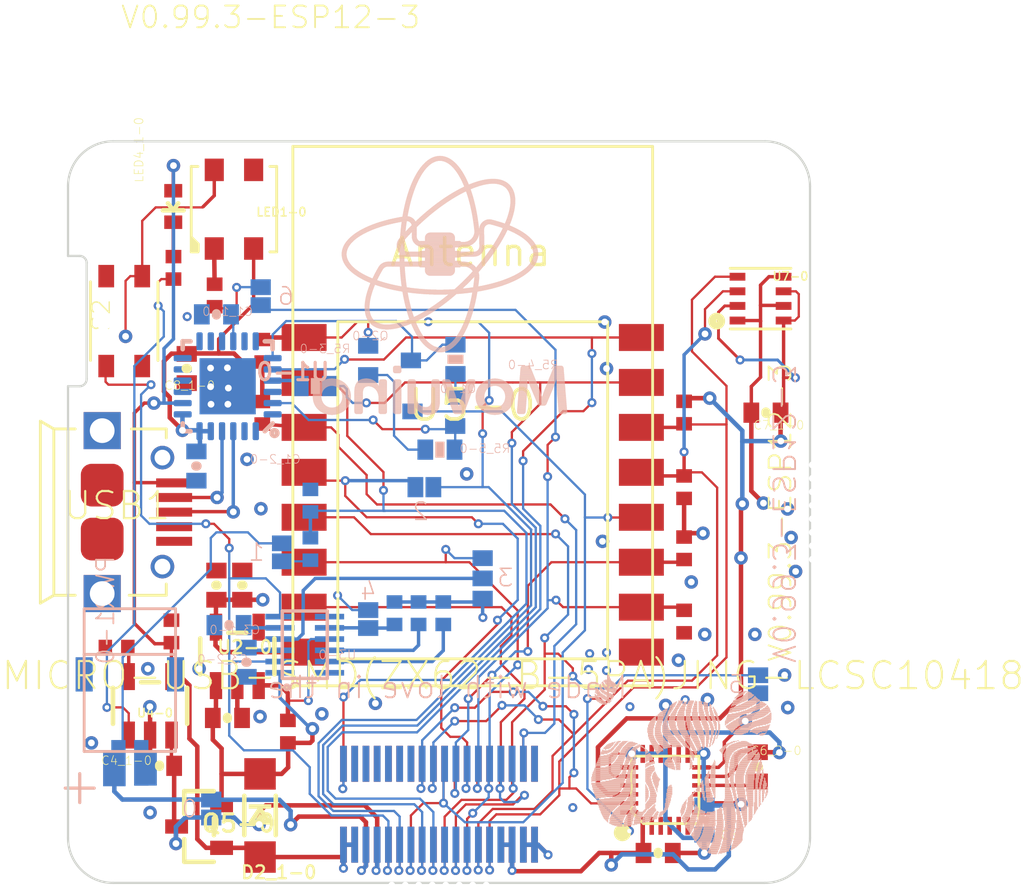
<source format=kicad_pcb>
(kicad_pcb (version 20171130) (host pcbnew "(5.1.10-1-10_14)")
  (layers (0 Top signal) (1 VCC signal) (2 GND signal) (31 Bottom signal) (34 B.Paste user) (35 F.Paste user) (36 B.SilkS user) (37 F.SilkS user) (38 B.Mask user) (39 F.Mask user) (44 Edge.Cuts user))
  (net 0 "")
  (net 1 GND)
  (net 2 5V)
  (net 3 3.3V)
  (net 4 "Net-(U2-0-Pad4)")
  (net 5 /EN)
  (net 6 /VIN)
  (net 7 /VBATT)
  (net 8 "Net-(U1-0-Pad24)")
  (net 9 /DTR)
  (net 10 "Net-(U1-0-Pad22)")
  (net 11 /USB_RX)
  (net 12 /TXD)
  (net 13 /RTS)
  (net 14 "Net-(U1-0-Pad18)")
  (net 15 "Net-(U1-0-Pad17)")
  (net 16 "Net-(C1_1-0-Pad1)")
  (net 17 "Net-(U1-0-Pad15)")
  (net 18 "Net-(U1-0-Pad14)")
  (net 19 "Net-(U1-0-Pad13)")
  (net 20 "Net-(U1-0-Pad12)")
  (net 21 "Net-(U1-0-Pad11)")
  (net 22 "Net-(U1-0-Pad10)")
  (net 23 "Net-(U1-0-Pad9)")
  (net 24 /D-)
  (net 25 /D+)
  (net 26 "Net-(U1-0-Pad1)")
  (net 27 /SCL)
  (net 28 /SDA)
  (net 29 "Net-(R4_2-0-Pad2)")
  (net 30 "Net-(LED4_1-0-PadC)")
  (net 31 "Net-(R4-1-0-Pad1)")
  (net 32 /BATT)
  (net 33 "Net-(C6_2-0-Pad2)")
  (net 34 "Net-(U6-0-Pad21)")
  (net 35 "Net-(U6-0-Pad19)")
  (net 36 "Net-(U6-0-Pad17)")
  (net 37 "Net-(U6-0-Pad16)")
  (net 38 "Net-(U6-0-Pad15)")
  (net 39 "Net-(U6-0-Pad14)")
  (net 40 /INT_MPU)
  (net 41 "Net-(U6-0-Pad7)")
  (net 42 "Net-(U6-0-Pad6)")
  (net 43 "Net-(U6-0-Pad5)")
  (net 44 "Net-(U6-0-Pad4)")
  (net 45 "Net-(U6-0-Pad3)")
  (net 46 "Net-(U6-0-Pad2)")
  (net 47 /~INT~)
  (net 48 "Net-(R3_10-Pad1)")
  (net 49 /~PB~_OUT)
  (net 50 "Net-(U3-0-Pad7)")
  (net 51 /~PB~)
  (net 52 "Net-(C3_1-0-Pad1)")
  (net 53 /PS_HOLD)
  (net 54 "Net-(C3_2-0-Pad1)")
  (net 55 "Net-(LED1-0-Pad3)")
  (net 56 "Net-(LED1-0-Pad1)")
  (net 57 /NEOPIXEL_IN)
  (net 58 /GPIO13)
  (net 59 /GPIO12)
  (net 60 /GPIO14)
  (net 61 /GPIO15)
  (net 62 /RXD)
  (net 63 /GPIO0)
  (net 64 /GPIO2)
  (net 65 /GPIO16)
  (net 66 /CH_PD)
  (net 67 /ADC)
  (net 68 /RESET)
  (net 69 /ADC_IN)
  (net 70 "Net-(Q1-0-Pad1)")
  (net 71 "Net-(Q2-0-Pad1)")
  (net 72 "Net-(J4-B-0-Pad35)")
  (net 73 "Net-(J4-B-0-Pad13)")
  (net 74 "Net-(J4-B-0-Pad11)")
  (net 75 "Net-(J4-B-0-Pad9)")
  (net 76 "Net-(J4-B-0-Pad7)")
  (net 77 "Net-(J4-B-0-Pad5)")
  (net 78 "Net-(J4-B-0-Pad3)")
  (net 79 "Net-(J2-T-0-Pad1)")
  (net 80 "Net-(J2-T-0-Pad33)")
  (net 81 "Net-(J2-T-0-Pad31)")
  (net 82 "Net-(J2-T-0-Pad29)")
  (net 83 "Net-(J2-T-0-Pad27)")
  (net 84 "Net-(J2-T-0-Pad25)")
  (net 85 "Net-(J2-T-0-Pad23)")
  (net 86 "Net-(S2-Pad1)")
  (net 87 "Net-(S2-Pad4)")
  (net 88 "Net-(USB1-Pad4)")
  (module "" (layer Top) (at 163.0011 90.5036)
    (fp_text reference @HOLE0 hide)
    (fp_text value "" (at 0 0) (layer F.SilkS) (effects (font (size 1.27 1.27))))
    (pad "" np_thru_hole circle (at 0 0) (size 2 2) (drill 2) (layers *.Cu *.Mask))
  )
  (module "" (layer Top) (at 134.0011 119.5036)
    (fp_text reference @HOLE1 hide)
    (fp_text value "" (at 0 0) (layer F.SilkS) (effects (font (size 1.27 1.27))))
    (pad "" np_thru_hole circle (at 0 0) (size 2 2) (drill 2) (layers *.Cu *.Mask))
  )
  (module "" (layer Top) (at 134.0011 90.5036)
    (fp_text reference @HOLE2 hide)
    (fp_text value "" (at 0 0) (layer F.SilkS) (effects (font (size 1.27 1.27))))
    (pad "" np_thru_hole circle (at 0 0) (size 2 2) (drill 2) (layers *.Cu *.Mask))
  )
  (module "" (layer Top) (at 163.0011 119.5036)
    (fp_text reference @HOLE3 hide)
    (fp_text value "" (at 0 0) (layer F.SilkS) (effects (font (size 1.27 1.27))))
    (pad "" np_thru_hole circle (at 0 0) (size 2 2) (drill 2) (layers *.Cu *.Mask))
  )
  (module "" (layer Top) (at 165.1011 104.7036)
    (fp_text reference @HOLE4 hide)
    (fp_text value "" (at 0 0) (layer F.SilkS) (effects (font (size 1.27 1.27))))
    (pad "" np_thru_hole circle (at 0 0) (size 0.3 0.3) (drill 0.3) (layers *.Cu *.Mask))
  )
  (module "" (layer Top) (at 165.1011 104.1036)
    (fp_text reference @HOLE5 hide)
    (fp_text value "" (at 0 0) (layer F.SilkS) (effects (font (size 1.27 1.27))))
    (pad "" np_thru_hole circle (at 0 0) (size 0.3 0.3) (drill 0.3) (layers *.Cu *.Mask))
  )
  (module "" (layer Top) (at 165.1011 103.5036)
    (fp_text reference @HOLE6 hide)
    (fp_text value "" (at 0 0) (layer F.SilkS) (effects (font (size 1.27 1.27))))
    (pad "" np_thru_hole circle (at 0 0) (size 0.3 0.3) (drill 0.3) (layers *.Cu *.Mask))
  )
  (module "" (layer Top) (at 165.1011 105.3036)
    (fp_text reference @HOLE7 hide)
    (fp_text value "" (at 0 0) (layer F.SilkS) (effects (font (size 1.27 1.27))))
    (pad "" np_thru_hole circle (at 0 0) (size 0.3 0.3) (drill 0.3) (layers *.Cu *.Mask))
  )
  (module "" (layer Top) (at 165.1011 105.9036)
    (fp_text reference @HOLE8 hide)
    (fp_text value "" (at 0 0) (layer F.SilkS) (effects (font (size 1.27 1.27))))
    (pad "" np_thru_hole circle (at 0 0) (size 0.3 0.3) (drill 0.3) (layers *.Cu *.Mask))
  )
  (module "" (layer Top) (at 147.6011 121.6036)
    (fp_text reference @HOLE9 hide)
    (fp_text value "" (at 0 0) (layer F.SilkS) (effects (font (size 1.27 1.27))))
    (pad "" np_thru_hole circle (at 0 0) (size 0.3 0.3) (drill 0.3) (layers *.Cu *.Mask))
  )
  (module "" (layer Top) (at 146.4011 121.6036)
    (fp_text reference @HOLE10 hide)
    (fp_text value "" (at 0 0) (layer F.SilkS) (effects (font (size 1.27 1.27))))
    (pad "" np_thru_hole circle (at 0 0) (size 0.3 0.3) (drill 0.3) (layers *.Cu *.Mask))
  )
  (module "" (layer Top) (at 149.4011 121.6036)
    (fp_text reference @HOLE11 hide)
    (fp_text value "" (at 0 0) (layer F.SilkS) (effects (font (size 1.27 1.27))))
    (pad "" np_thru_hole circle (at 0 0) (size 0.3 0.3) (drill 0.3) (layers *.Cu *.Mask))
  )
  (module "" (layer Top) (at 148.8011 121.6036)
    (fp_text reference @HOLE12 hide)
    (fp_text value "" (at 0 0) (layer F.SilkS) (effects (font (size 1.27 1.27))))
    (pad "" np_thru_hole circle (at 0 0) (size 0.3 0.3) (drill 0.3) (layers *.Cu *.Mask))
  )
  (module "" (layer Top) (at 148.2011 121.6036)
    (fp_text reference @HOLE13 hide)
    (fp_text value "" (at 0 0) (layer F.SilkS) (effects (font (size 1.27 1.27))))
    (pad "" np_thru_hole circle (at 0 0) (size 0.3 0.3) (drill 0.3) (layers *.Cu *.Mask))
  )
  (module "" (layer Top) (at 165.1011 102.9036)
    (fp_text reference @HOLE14 hide)
    (fp_text value "" (at 0 0) (layer F.SilkS) (effects (font (size 1.27 1.27))))
    (pad "" np_thru_hole circle (at 0 0) (size 0.3 0.3) (drill 0.3) (layers *.Cu *.Mask))
  )
  (module "" (layer Top) (at 147.0011 121.6036)
    (fp_text reference @HOLE15 hide)
    (fp_text value "" (at 0 0) (layer F.SilkS) (effects (font (size 1.27 1.27))))
    (pad "" np_thru_hole circle (at 0 0) (size 0.3 0.3) (drill 0.3) (layers *.Cu *.Mask))
  )
  (module "" (layer Top) (at 165.1011 106.5036)
    (fp_text reference @HOLE16 hide)
    (fp_text value "" (at 0 0) (layer F.SilkS) (effects (font (size 1.27 1.27))))
    (pad "" np_thru_hole circle (at 0 0) (size 0.3 0.3) (drill 0.3) (layers *.Cu *.Mask))
  )
  (module "" (layer Top) (at 165.1011 107.1036)
    (fp_text reference @HOLE17 hide)
    (fp_text value "" (at 0 0) (layer F.SilkS) (effects (font (size 1.27 1.27))))
    (pad "" np_thru_hole circle (at 0 0) (size 0.3 0.3) (drill 0.3) (layers *.Cu *.Mask))
  )
  (module "" (layer Top) (at 150.0011 121.6036)
    (fp_text reference @HOLE18 hide)
    (fp_text value "" (at 0 0) (layer F.SilkS) (effects (font (size 1.27 1.27))))
    (pad "" np_thru_hole circle (at 0 0) (size 0.3 0.3) (drill 0.3) (layers *.Cu *.Mask))
  )
  (module "" (layer Top) (at 150.6011 121.6036)
    (fp_text reference @HOLE19 hide)
    (fp_text value "" (at 0 0) (layer F.SilkS) (effects (font (size 1.27 1.27))))
    (pad "" np_thru_hole circle (at 0 0) (size 0.3 0.3) (drill 0.3) (layers *.Cu *.Mask))
  )
  (module V0.99.3-ESP12-3-mech:0402-CAP (layer Bottom) (at 160.3059 118.7092 270)
    (fp_text reference C6_3-0 (at 0.4519 0.5848 180) (layer B.SilkS) (effects (font (size 0.38608 0.38608) (thickness 0.030886)) (justify right bottom mirror)))
    (fp_text value 0.01uF)
    (pad 2 smd rect (at 0.65 0 270) (size 0.7 0.9) (layers Bottom B.Paste B.Mask) (net 1 GND))
    (pad 1 smd rect (at -0.65 0 270) (size 0.7 0.9) (layers Bottom B.Paste B.Mask) (net 3 3.3V))
  )
  (module V0.99.3-ESP12-3-mech:0402-CAP (layer Top) (at 158.2471 120.1724)
    (fp_text reference C6_1-0 (at 2.747 -0.5691) (layer F.SilkS) (effects (font (size 0.38608 0.38608) (thickness 0.030886)) (justify left bottom)))
    (fp_text value 0.1uF)
    (pad 2 smd rect (at 0.65 0) (size 0.7 0.9) (layers Top F.Paste F.Mask) (net 1 GND))
    (pad 1 smd rect (at -0.65 0) (size 0.7 0.9) (layers Top F.Paste F.Mask) (net 3 3.3V))
  )
  (module V0.99.3-ESP12-3-mech:0402-CAP (layer Top) (at 162.6759 116.3388 270)
    (fp_text reference C6_2-0 (at -0.4937 0.3294) (layer F.SilkS) (effects (font (size 0.38608 0.38608) (thickness 0.030886)) (justify left bottom)))
    (fp_text value 0.1uF)
    (pad 2 smd rect (at 0.65 0 270) (size 0.7 0.9) (layers Top F.Paste F.Mask) (net 33 "Net-(C6_2-0-Pad2)"))
    (pad 1 smd rect (at -0.65 0 270) (size 0.7 0.9) (layers Top F.Paste F.Mask) (net 1 GND))
  )
  (module V0.99.3-ESP12-3-mech:0402-CAP (layer Top) (at 163.0415 100.5786 180)
    (fp_text reference C7_1-0 (at 0.575 -0.7823) (layer F.SilkS) (effects (font (size 0.38608 0.38608) (thickness 0.030886)) (justify left bottom)))
    (fp_text value 0.1uF)
    (pad 2 smd rect (at 0.65 0 180) (size 0.7 0.9) (layers Top F.Paste F.Mask) (net 1 GND))
    (pad 1 smd rect (at -0.65 0 180) (size 0.7 0.9) (layers Top F.Paste F.Mask) (net 3 3.3V))
  )
  (module V0.99.3-ESP12-3-mech:LEAD-QFN24-MPU9250 (layer Top) (at 158.5611 117.3636 90)
    (fp_text reference U6-0 hide)
    (fp_text value MPU-9250)
    (pad 24 smd rect (at -1 -1.6) (size 0.8 0.2) (layers Top F.Paste F.Mask) (net 28 /SDA))
    (pad 23 smd rect (at -0.6 -1.6) (size 0.8 0.2) (layers Top F.Paste F.Mask) (net 27 /SCL))
    (pad 22 smd rect (at -0.2 -1.6) (size 0.8 0.2) (layers Top F.Paste F.Mask) (net 3 3.3V))
    (pad 21 smd rect (at 0.2 -1.6) (size 0.8 0.2) (layers Top F.Paste F.Mask) (net 34 "Net-(U6-0-Pad21)"))
    (pad 20 smd rect (at 0.6 -1.6) (size 0.8 0.2) (layers Top F.Paste F.Mask) (net 1 GND))
    (pad 19 smd rect (at 1 -1.6) (size 0.8 0.2) (layers Top F.Paste F.Mask) (net 35 "Net-(U6-0-Pad19)"))
    (pad 18 smd rect (at 1.6 -1 270) (size 0.8 0.2) (layers Top F.Paste F.Mask) (net 1 GND))
    (pad 17 smd rect (at 1.6 -0.6 270) (size 0.8 0.2) (layers Top F.Paste F.Mask) (net 36 "Net-(U6-0-Pad17)"))
    (pad 16 smd rect (at 1.6 -0.2 270) (size 0.8 0.2) (layers Top F.Paste F.Mask) (net 37 "Net-(U6-0-Pad16)"))
    (pad 15 smd rect (at 1.6 0.2 270) (size 0.8 0.2) (layers Top F.Paste F.Mask) (net 38 "Net-(U6-0-Pad15)"))
    (pad 14 smd rect (at 1.6 0.6 270) (size 0.8 0.2) (layers Top F.Paste F.Mask) (net 39 "Net-(U6-0-Pad14)"))
    (pad 13 smd rect (at 1.6 1 270) (size 0.8 0.2) (layers Top F.Paste F.Mask) (net 3 3.3V))
    (pad 12 smd rect (at 1 1.6 180) (size 0.8 0.2) (layers Top F.Paste F.Mask) (net 40 /INT_MPU))
    (pad 11 smd rect (at 0.6 1.6 180) (size 0.8 0.2) (layers Top F.Paste F.Mask) (net 1 GND))
    (pad 10 smd rect (at 0.2 1.6 180) (size 0.8 0.2) (layers Top F.Paste F.Mask) (net 33 "Net-(C6_2-0-Pad2)"))
    (pad 9 smd rect (at -0.2 1.6 180) (size 0.8 0.2) (layers Top F.Paste F.Mask) (net 3 3.3V))
    (pad 8 smd rect (at -0.6 1.6 180) (size 0.8 0.2) (layers Top F.Paste F.Mask) (net 3 3.3V))
    (pad 7 smd rect (at -1 1.6 180) (size 0.8 0.2) (layers Top F.Paste F.Mask) (net 41 "Net-(U6-0-Pad7)"))
    (pad 6 smd rect (at -1.6 1 90) (size 0.8 0.2) (layers Top F.Paste F.Mask) (net 42 "Net-(U6-0-Pad6)"))
    (pad 5 smd rect (at -1.6 0.6 90) (size 0.8 0.2) (layers Top F.Paste F.Mask) (net 43 "Net-(U6-0-Pad5)"))
    (pad 4 smd rect (at -1.6 0.2 90) (size 0.8 0.2) (layers Top F.Paste F.Mask) (net 44 "Net-(U6-0-Pad4)"))
    (pad 3 smd rect (at -1.6 -0.2 90) (size 0.8 0.2) (layers Top F.Paste F.Mask) (net 45 "Net-(U6-0-Pad3)"))
    (pad 2 smd rect (at -1.6 -0.6 90) (size 0.8 0.2) (layers Top F.Paste F.Mask) (net 46 "Net-(U6-0-Pad2)"))
    (pad 1 smd rect (at -1.6 -1 90) (size 0.8 0.2) (layers Top F.Paste F.Mask) (net 3 3.3V))
  )
  (module V0.99.3-ESP12-3-mech:PAD-1X1.5_NOSILK (layer Bottom) (at 135.4511 116.4236 180)
    (fp_text reference TP1 hide)
    (fp_text value TESTPOINT1X1.5MM_NOCREAM_NOSILK)
    (pad P$1 smd rect (at 0 0 180) (size 1 1.5) (layers Bottom B.Mask) (net 1 GND))
  )
  (module V0.99.3-ESP12-3-mech:PAD-1X1.5_NOSILK (layer Bottom) (at 134.0611 116.4536)
    (fp_text reference TP2 hide)
    (fp_text value TESTPOINT1X1.5MM_NOCREAM_NOSILK)
    (pad P$1 smd rect (at 0 0) (size 1 1.5) (layers Bottom B.Mask) (net 32 /BATT))
  )
  (module V0.99.3-ESP12-3-mech:LOGO_MOVUINO_BMP_11MM-BOTTOM (layer Top) (at 148.5011 93.5436)
    (fp_text reference U$8 hide)
    (fp_text value LOGO_MOVUINOBOTTOM_11MM hide)
  )
  (module V0.99.3-ESP12-3-mech:SOT23-5 (layer Top) (at 139.5311 111.4236)
    (fp_text reference U2-0 (at -0.952 -0.07) (layer F.SilkS) (effects (font (size 0.57912 0.57912) (thickness 0.104241)) (justify left bottom)))
    (fp_text value AP2112-3.3)
    (pad 5 smd rect (at -0.95 -1.3001) (size 0.55 1.2) (layers Top F.Paste F.Mask) (net 3 3.3V))
    (pad 4 smd rect (at 0.95 -1.3001) (size 0.55 1.2) (layers Top F.Paste F.Mask) (net 4 "Net-(U2-0-Pad4)"))
    (pad 3 smd rect (at 0.95 1.3001) (size 0.55 1.2) (layers Top F.Paste F.Mask) (net 5 /EN))
    (pad 2 smd rect (at 0 1.3001) (size 0.55 1.2) (layers Top F.Paste F.Mask) (net 1 GND))
    (pad 1 smd rect (at -0.95 1.3001) (size 0.55 1.2) (layers Top F.Paste F.Mask) (net 6 /VIN))
  )
  (module V0.99.3-ESP12-3-mech:SOD-123 (layer Top) (at 140.5411 118.5036 270)
    (fp_text reference D2_1-0 (at 2.864 0.9) (layer F.SilkS) (effects (font (size 0.57 0.57) (thickness 0.1026)) (justify left bottom)))
    (fp_text value MBR120)
    (pad A smd rect (at 1.85 0) (size 1.4 1.4) (layers Top F.Paste F.Mask) (net 2 5V))
    (pad C smd rect (at -1.85 0) (size 1.4 1.4) (layers Top F.Paste F.Mask) (net 6 /VIN))
  )
  (module V0.99.3-ESP12-3-mech:SOT23-R (layer Top) (at 137.8311 118.9936 90)
    (fp_text reference Q5-0 (at -0.313 0.042) (layer F.SilkS) (effects (font (size 0.77216 0.77216) (thickness 0.138988)) (justify left bottom)))
    (fp_text value AO3401)
    (pad 1 smd rect (at -0.95 1 90) (size 0.635 1.016) (layers Top F.Paste F.Mask) (net 2 5V))
    (pad 2 smd rect (at 0.95 1 90) (size 0.635 1.016) (layers Top F.Paste F.Mask) (net 6 /VIN))
    (pad 3 smd rect (at 0 -1 90) (size 0.635 1.016) (layers Top F.Paste F.Mask) (net 7 /VBATT))
  )
  (module V0.99.3-ESP12-3-mech:QFN24_4MM_SMSC (layer Bottom) (at 139.1011 99.4036 90)
    (fp_text reference U1-0 (at 0.19 1.19 180) (layer B.SilkS) (effects (font (size 0.77216 0.77216) (thickness 0.138988)) (justify right bottom mirror)))
    (fp_text value CP2104)
    (pad THERM smd rect (at 0 0 90) (size 2.5 2.5) (layers Bottom B.Mask) (net 1 GND))
    (pad 24 smd roundrect (at -1.25 2 180) (size 0.8 0.28) (layers Bottom B.Paste B.Mask) (net 8 "Net-(U1-0-Pad24)"))
    (pad 23 smd roundrect (at -0.75 2 180) (size 0.8 0.28) (layers Bottom B.Paste B.Mask) (net 9 /DTR))
    (pad 22 smd roundrect (at -0.25 2 180) (size 0.8 0.28) (layers Bottom B.Paste B.Mask) (net 10 "Net-(U1-0-Pad22)"))
    (pad 21 smd roundrect (at 0.25 2 180) (size 0.8 0.28) (layers Bottom B.Paste B.Mask) (net 11 /USB_RX))
    (pad 20 smd roundrect (at 0.75 2 180) (size 0.8 0.28) (layers Bottom B.Paste B.Mask) (net 12 /TXD))
    (pad 19 smd roundrect (at 1.25 2 180) (size 0.8 0.28) (layers Bottom B.Paste B.Mask) (net 13 /RTS))
    (pad 18 smd roundrect (at 2 1.25 90) (size 0.8 0.28) (layers Bottom B.Paste B.Mask) (net 14 "Net-(U1-0-Pad18)"))
    (pad 17 smd roundrect (at 2 0.75 90) (size 0.8 0.28) (layers Bottom B.Paste B.Mask) (net 15 "Net-(U1-0-Pad17)"))
    (pad 16 smd roundrect (at 2 0.25 90) (size 0.8 0.28) (layers Bottom B.Paste B.Mask) (net 16 "Net-(C1_1-0-Pad1)"))
    (pad 15 smd roundrect (at 2 -0.25 90) (size 0.8 0.28) (layers Bottom B.Paste B.Mask) (net 17 "Net-(U1-0-Pad15)"))
    (pad 14 smd roundrect (at 2 -0.75 90) (size 0.8 0.28) (layers Bottom B.Paste B.Mask) (net 18 "Net-(U1-0-Pad14)"))
    (pad 13 smd roundrect (at 2 -1.25 90) (size 0.8 0.28) (layers Bottom B.Paste B.Mask) (net 19 "Net-(U1-0-Pad13)"))
    (pad 12 smd roundrect (at 1.25 -2) (size 0.8 0.28) (layers Bottom B.Paste B.Mask) (net 20 "Net-(U1-0-Pad12)"))
    (pad 11 smd roundrect (at 0.75 -2) (size 0.8 0.28) (layers Bottom B.Paste B.Mask) (net 21 "Net-(U1-0-Pad11)"))
    (pad 10 smd roundrect (at 0.25 -2) (size 0.8 0.28) (layers Bottom B.Paste B.Mask) (net 22 "Net-(U1-0-Pad10)"))
    (pad 9 smd roundrect (at -0.25 -2) (size 0.8 0.28) (layers Bottom B.Paste B.Mask) (net 23 "Net-(U1-0-Pad9)"))
    (pad 8 smd roundrect (at -0.75 -2) (size 0.8 0.28) (layers Bottom B.Paste B.Mask) (net 2 5V))
    (pad 7 smd roundrect (at -1.25 -2) (size 0.8 0.28) (layers Bottom B.Paste B.Mask) (net 3 3.3V))
    (pad 6 smd roundrect (at -2 -1.25 270) (size 0.8 0.28) (layers Bottom B.Paste B.Mask) (net 3 3.3V))
    (pad 5 smd roundrect (at -2 -0.75 270) (size 0.8 0.28) (layers Bottom B.Paste B.Mask) (net 3 3.3V))
    (pad 4 smd roundrect (at -2 -0.25 270) (size 0.8 0.28) (layers Bottom B.Paste B.Mask) (net 24 /D-))
    (pad 3 smd roundrect (at -2 0.25 270) (size 0.8 0.28) (layers Bottom B.Paste B.Mask) (net 25 /D+))
    (pad 2 smd roundrect (at -2 0.75 270) (size 0.8 0.28) (layers Bottom B.Paste B.Mask) (net 1 GND))
    (pad 1 smd roundrect (at -2 1.25 270) (size 0.8 0.28) (layers Bottom B.Paste B.Mask) (net 26 "Net-(U1-0-Pad1)"))
  )
  (module V0.99.3-ESP12-3-mech:0402-CAP (layer Bottom) (at 137.7111 102.9536 270)
    (fp_text reference C1_2-0 (at -0.0785 -2.359 180) (layer B.SilkS) (effects (font (size 0.38608 0.38608) (thickness 0.030886)) (justify right bottom mirror)))
    (fp_text value 10uF)
    (pad 2 smd rect (at 0.65 0 270) (size 0.7 0.9) (layers Bottom B.Paste B.Mask) (net 1 GND))
    (pad 1 smd rect (at -0.65 0 270) (size 0.7 0.9) (layers Bottom B.Paste B.Mask) (net 3 3.3V))
  )
  (module V0.99.3-ESP12-3-mech:R0402-SMALL-TDOCU (layer Top) (at 159.4011 100.5736 90)
    (fp_text reference R6_1-0)
    (fp_text value 10KR)
    (pad 2 smd rect (at 0.5 0 90) (size 0.6 0.7) (layers Top F.Paste F.Mask) (net 3 3.3V))
    (pad 1 smd rect (at -0.5 0 90) (size 0.6 0.7) (layers Top F.Paste F.Mask) (net 27 /SCL))
  )
  (module V0.99.3-ESP12-3-mech:R0402-SMALL-TDOCU (layer Top) (at 159.4011 103.8936 270)
    (fp_text reference R6_2-0)
    (fp_text value 10KR)
    (pad 2 smd rect (at 0.5 0 270) (size 0.6 0.7) (layers Top F.Paste F.Mask) (net 3 3.3V))
    (pad 1 smd rect (at -0.5 0 270) (size 0.6 0.7) (layers Top F.Paste F.Mask) (net 28 /SDA))
  )
  (module V0.99.3-ESP12-3-mech:0402-CAP (layer Top) (at 138.6011 108.2536 90)
    (fp_text reference C2_3-0 hide)
    (fp_text value 1uF)
    (pad 2 smd rect (at 0.65 0 90) (size 0.7 0.9) (layers Top F.Paste F.Mask) (net 1 GND))
    (pad 1 smd rect (at -0.65 0 90) (size 0.7 0.9) (layers Top F.Paste F.Mask) (net 3 3.3V))
  )
  (module V0.99.3-ESP12-3-mech:0402-CAP (layer Top) (at 139.7511 108.2536 90)
    (fp_text reference C2_2-0 hide)
    (fp_text value 10uF)
    (pad 2 smd rect (at 0.65 0 90) (size 0.7 0.9) (layers Top F.Paste F.Mask) (net 1 GND))
    (pad 1 smd rect (at -0.65 0 90) (size 0.7 0.9) (layers Top F.Paste F.Mask) (net 3 3.3V))
  )
  (module V0.99.3-ESP12-3-mech:R0402-SMALL-TDOCU (layer Top) (at 136.6011 110.3136 270)
    (fp_text reference R2_1-0)
    (fp_text value 100KR)
    (pad 2 smd rect (at 0.5 0 270) (size 0.6 0.7) (layers Top F.Paste F.Mask) (net 2 5V))
    (pad 1 smd rect (at -0.5 0 270) (size 0.6 0.7) (layers Top F.Paste F.Mask) (net 1 GND))
  )
  (module V0.99.3-ESP12-3-mech:R0402-SMALL-TDOCU (layer Top) (at 141.7811 114.7736 270)
    (fp_text reference R2_2-0)
    (fp_text value 100KR)
    (pad 2 smd rect (at 0.5 0 270) (size 0.6 0.7) (layers Top F.Paste F.Mask) (net 6 /VIN))
    (pad 1 smd rect (at -0.5 0 270) (size 0.6 0.7) (layers Top F.Paste F.Mask) (net 5 /EN))
  )
  (module V0.99.3-ESP12-3-mech:0402-CAP (layer Top) (at 139.0911 114.1636)
    (fp_text reference C2_1-0 hide)
    (fp_text value 10uF)
    (pad 2 smd rect (at 0.65 0) (size 0.7 0.9) (layers Top F.Paste F.Mask) (net 1 GND))
    (pad 1 smd rect (at -0.65 0) (size 0.7 0.9) (layers Top F.Paste F.Mask) (net 6 /VIN))
  )
  (module V0.99.3-ESP12-3-mech:R0402-SMALL-TDOCU (layer Top) (at 136.6911 94.1336 270)
    (fp_text reference R4_2-0)
    (fp_text value 120R)
    (pad 2 smd rect (at 0.5 0 270) (size 0.6 0.7) (layers Top F.Paste F.Mask) (net 29 "Net-(R4_2-0-Pad2)"))
    (pad 1 smd rect (at -0.5 0 270) (size 0.6 0.7) (layers Top F.Paste F.Mask) (net 30 "Net-(LED4_1-0-PadC)"))
  )
  (module V0.99.3-ESP12-3-mech:LED-0603-LCSC90692 (layer Top) (at 136.6811 91.4036 180)
    (fp_text reference LED4_1-0 (at 1.3015 1.039 90) (layer F.SilkS) (effects (font (size 0.38608 0.38608) (thickness 0.030886)) (justify left bottom)))
    (fp_text value Power hide)
    (pad A smd rect (at 0 0.7 180) (size 0.8 0.6) (layers Top F.Paste F.Mask) (net 2 5V))
    (pad C smd rect (at 0 -0.7 180) (size 0.8 0.6) (layers Top F.Paste F.Mask) (net 30 "Net-(LED4_1-0-PadC)"))
  )
  (module V0.99.3-ESP12-3-mech:SOT23-5 (layer Top) (at 135.6511 113.6236)
    (fp_text reference U4-0 (at -0.622 0.54) (layer F.SilkS) (effects (font (size 0.38 0.38) (thickness 0.0684)) (justify left bottom)))
    (fp_text value MCP73831)
    (pad 5 smd rect (at -0.95 -1.3001) (size 0.55 1.2) (layers Top F.Paste F.Mask) (net 31 "Net-(R4-1-0-Pad1)"))
    (pad 4 smd rect (at 0.95 -1.3001) (size 0.55 1.2) (layers Top F.Paste F.Mask) (net 2 5V))
    (pad 3 smd rect (at 0.95 1.3001) (size 0.55 1.2) (layers Top F.Paste F.Mask) (net 7 /VBATT))
    (pad 2 smd rect (at 0 1.3001) (size 0.55 1.2) (layers Top F.Paste F.Mask) (net 1 GND))
    (pad 1 smd rect (at -0.95 1.3001) (size 0.55 1.2) (layers Top F.Paste F.Mask) (net 29 "Net-(R4_2-0-Pad2)"))
  )
  (module V0.99.3-ESP12-3-mech:R0402-SMALL-TDOCU (layer Top) (at 134.1611 111.0336 180)
    (fp_text reference R4-1-0)
    (fp_text value 4.87KR)
    (pad 2 smd rect (at 0.5 0 180) (size 0.6 0.7) (layers Top F.Paste F.Mask) (net 1 GND))
    (pad 1 smd rect (at -0.5 0 180) (size 0.6 0.7) (layers Top F.Paste F.Mask) (net 31 "Net-(R4-1-0-Pad1)"))
  )
  (module V0.99.3-ESP12-3-mech:0402-CAP (layer Top) (at 136.0711 116.2936)
    (fp_text reference C4_1-0 (at -2.619 -0.0085) (layer F.SilkS) (effects (font (size 0.38608 0.38608) (thickness 0.030886)) (justify left bottom)))
    (fp_text value 10uF)
    (pad 2 smd rect (at 0.65 0) (size 0.7 0.9) (layers Top F.Paste F.Mask) (net 7 /VBATT))
    (pad 1 smd rect (at -0.65 0) (size 0.7 0.9) (layers Top F.Paste F.Mask) (net 1 GND))
  )
  (module V0.99.3-ESP12-3-mech:TDFN12 (layer Bottom) (at 142.5311 110.9036 90)
    (fp_text reference U3-0 (at -0.68566 0.581631 180) (layer B.SilkS) (effects (font (size 0.40394 0.40394) (thickness 0.032315)) (justify right bottom mirror)))
    (fp_text value STM6601)
    (pad 12 smd rect (at -1.25 1.1 90) (size 0.25 1.3) (layers Bottom B.Paste B.Mask) (net 1 GND))
    (pad 11 smd rect (at -0.75 1.1 90) (size 0.25 1.3) (layers Bottom B.Paste B.Mask) (net 47 /~INT~))
    (pad 10 smd rect (at -0.25 1.1 90) (size 0.25 1.3) (layers Bottom B.Paste B.Mask) (net 48 "Net-(R3_10-Pad1)"))
    (pad 9 smd rect (at 0.25 1.1 90) (size 0.25 1.3) (layers Bottom B.Paste B.Mask) (net 5 /EN))
    (pad 8 smd rect (at 0.75 1.1 90) (size 0.25 1.3) (layers Bottom B.Paste B.Mask) (net 49 /~PB~_OUT))
    (pad 7 smd rect (at 1.25 1.1 90) (size 0.25 1.3) (layers Bottom B.Paste B.Mask) (net 50 "Net-(U3-0-Pad7)"))
    (pad 6 smd rect (at 1.25 -1.1 90) (size 0.25 1.3) (layers Bottom B.Paste B.Mask) (net 51 /~PB~))
    (pad 5 smd rect (at 0.75 -1.1 90) (size 0.25 1.3) (layers Bottom B.Paste B.Mask) (net 52 "Net-(C3_1-0-Pad1)"))
    (pad 4 smd rect (at 0.25 -1.1 90) (size 0.25 1.3) (layers Bottom B.Paste B.Mask) (net 53 /PS_HOLD))
    (pad 3 smd rect (at -0.25 -1.1 90) (size 0.25 1.3) (layers Bottom B.Paste B.Mask) (net 54 "Net-(C3_2-0-Pad1)"))
    (pad 2 smd rect (at -0.75 -1.1 90) (size 0.25 1.3) (layers Bottom B.Paste B.Mask) (net 51 /~PB~))
    (pad 1 smd rect (at -1.25 -1.1 90) (size 0.25 1.3) (layers Bottom B.Paste B.Mask) (net 6 /VIN))
  )
  (module V0.99.3-ESP12-3-mech:0402-CAP (layer Bottom) (at 139.1611 110.0336 180)
    (fp_text reference C3_1-0 (at 0.891 -0.4315) (layer B.SilkS) (effects (font (size 0.38608 0.38608) (thickness 0.030886)) (justify right bottom mirror)))
    (fp_text value 470nF)
    (pad 2 smd rect (at 0.65 0 180) (size 0.7 0.9) (layers Bottom B.Paste B.Mask) (net 1 GND))
    (pad 1 smd rect (at -0.65 0 180) (size 0.7 0.9) (layers Bottom B.Paste B.Mask) (net 52 "Net-(C3_1-0-Pad1)"))
  )
  (module V0.99.3-ESP12-3-mech:0402-CAP (layer Bottom) (at 139.9411 111.6836 270)
    (fp_text reference C3_2-0 (at 0.0885 2.209 180) (layer B.SilkS) (effects (font (size 0.38608 0.38608) (thickness 0.030886)) (justify right bottom mirror)))
    (fp_text value 1uF)
    (pad 2 smd rect (at 0.65 0 270) (size 0.7 0.9) (layers Bottom B.Paste B.Mask) (net 1 GND))
    (pad 1 smd rect (at -0.65 0 270) (size 0.7 0.9) (layers Bottom B.Paste B.Mask) (net 54 "Net-(C3_2-0-Pad1)"))
  )
  (module V0.99.3-ESP12-3-mech:R0402-SMALL-TDOCU (layer Bottom) (at 147.5911 109.5036 90)
    (fp_text reference R3_10)
    (fp_text value 10KR)
    (pad 2 smd rect (at 0.5 0 90) (size 0.6 0.7) (layers Bottom B.Paste B.Mask) (net 3 3.3V))
    (pad 1 smd rect (at -0.5 0 90) (size 0.6 0.7) (layers Bottom B.Paste B.Mask) (net 48 "Net-(R3_10-Pad1)"))
  )
  (module V0.99.3-ESP12-3-mech:R0402-SMALL-TDOCU (layer Bottom) (at 148.6911 109.5036 90)
    (fp_text reference R3_2-0)
    (fp_text value 10KR)
    (pad 2 smd rect (at 0.5 0 90) (size 0.6 0.7) (layers Bottom B.Paste B.Mask) (net 3 3.3V))
    (pad 1 smd rect (at -0.5 0 90) (size 0.6 0.7) (layers Bottom B.Paste B.Mask) (net 47 /~INT~))
  )
  (module V0.99.3-ESP12-3-mech:R0402-SMALL-TDOCU (layer Bottom) (at 146.5211 109.5036 90)
    (fp_text reference R3_3-0)
    (fp_text value 10KR)
    (pad 2 smd rect (at 0.5 0 90) (size 0.6 0.7) (layers Bottom B.Paste B.Mask) (net 3 3.3V))
    (pad 1 smd rect (at -0.5 0 90) (size 0.6 0.7) (layers Bottom B.Paste B.Mask) (net 49 /~PB~_OUT))
  )
  (module V0.99.3-ESP12-3-mech:LED3535 (layer Top) (at 139.3811 91.5236 90)
    (fp_text reference LED1-0 (at -0.349 0.955) (layer F.SilkS) (effects (font (size 0.38 0.38) (thickness 0.0684)) (justify left bottom)))
    (fp_text value WS2812B3535)
    (pad 3 smd rect (at 1.75 0.875 180) (size 0.85 1) (layers Top F.Paste F.Mask) (net 55 "Net-(LED1-0-Pad3)"))
    (pad 2 smd rect (at -1.75 0.875 180) (size 0.85 1) (layers Top F.Paste F.Mask) (net 3 3.3V))
    (pad 4 smd rect (at 1.75 -0.875 180) (size 0.85 1) (layers Top F.Paste F.Mask) (net 1 GND))
    (pad 1 smd rect (at -1.75 -0.875 180) (size 0.85 1) (layers Top F.Paste F.Mask) (net 56 "Net-(LED1-0-Pad1)"))
  )
  (module V0.99.3-ESP12-3-mech:R0402-SMALL-TDOCU (layer Top) (at 138.5211 95.3636 90)
    (fp_text reference R8_1-0)
    (fp_text value 470R)
    (pad 2 smd rect (at 0.5 0 90) (size 0.6 0.7) (layers Top F.Paste F.Mask) (net 56 "Net-(LED1-0-Pad1)"))
    (pad 1 smd rect (at -0.5 0 90) (size 0.6 0.7) (layers Top F.Paste F.Mask) (net 57 /NEOPIXEL_IN))
  )
  (module V0.99.3-ESP12-3-mech:0402-CAP (layer Top) (at 137.2811 98.6136 270)
    (fp_text reference C8_1-0 (at 0.9815 1.019) (layer F.SilkS) (effects (font (size 0.38608 0.38608) (thickness 0.030886)) (justify left bottom)))
    (fp_text value 0.1uF)
    (pad 2 smd rect (at 0.65 0 270) (size 0.7 0.9) (layers Top F.Paste F.Mask) (net 1 GND))
    (pad 1 smd rect (at -0.65 0 270) (size 0.7 0.9) (layers Top F.Paste F.Mask) (net 3 3.3V))
  )
  (module V0.99.3-ESP12-3-mech:0402-JUMPER-CLOSED (layer Bottom) (at 145.3511 109.7636 90)
    (fp_text reference U$11 hide)
    (fp_text value 0402-JUMPERCLOSED-DEFAULT hide)
    (pad 2 smd rect (at 0.4 0 90) (size 0.7 0.9) (layers Bottom B.Mask) (net 58 /GPIO13))
    (pad 1 smd rect (at -0.4 0 90) (size 0.7 0.9) (layers Bottom B.Mask) (net 49 /~PB~_OUT))
  )
  (module V0.99.3-ESP12-3-mech:0402-JUMPER3-1-2-CLOSED (layer Bottom) (at 150.4411 107.9536 90)
    (fp_text reference JP1 hide)
    (fp_text value JUMPER-31-2-CLOSED hide)
    (pad 3 smd rect (at 0.9 0 90) (size 0.7 0.9) (layers Bottom B.Mask) (net 59 /GPIO12))
    (pad 2 smd rect (at 0 0 90) (size 0.7 0.9) (layers Bottom B.Mask) (net 53 /PS_HOLD))
    (pad 1 smd rect (at -0.9 0 90) (size 0.7 0.9) (layers Bottom B.Mask) (net 3 3.3V))
  )
  (module V0.99.3-ESP12-3-mech:PWR2P_1.0 (layer Bottom) (at 134.7511 115.6536 270)
    (fp_text reference PWR1-0 (at -3.81 0.635 90) (layer B.SilkS) (effects (font (size 0.77216 0.77216) (thickness 0.077216)) (justify right bottom mirror)))
    (fp_text value PWR2P_1.0 hide)
    (pad P$4 smd rect (at -3.429 -2.032 270) (size 1.524 0.762) (layers Bottom B.Paste B.Mask))
    (pad P$3 smd rect (at -3.429 2.032 270) (size 1.524 0.762) (layers Bottom B.Paste B.Mask))
    (pad - smd rect (at 0.508 -0.508 270) (size 2.032 0.635) (layers Bottom B.Paste B.Mask) (net 1 GND))
    (pad + smd rect (at 0.508 0.508 270) (size 2.032 0.635) (layers Bottom B.Paste B.Mask) (net 32 /BATT))
  )
  (module V0.99.3-ESP12-3-mech:0402-JUMPER-CLOSED (layer Bottom) (at 162.6911 112.6636 270)
    (fp_text reference U$12 hide)
    (fp_text value 0402-JUMPERCLOSED-DEFAULT hide)
    (pad 2 smd rect (at 0.4 0 270) (size 0.7 0.9) (layers Bottom B.Mask) (net 40 /INT_MPU))
    (pad 1 smd rect (at -0.4 0 270) (size 0.7 0.9) (layers Bottom B.Mask) (net 60 /GPIO14))
  )
  (module V0.99.3-ESP12-3-mech:0402-JUMPER-CLOSED (layer Bottom) (at 140.5711 95.3936 270)
    (fp_text reference U$13 hide)
    (fp_text value 0402-JUMPERCLOSED-DEFAULT hide)
    (pad 2 smd rect (at 0.4 0 270) (size 0.7 0.9) (layers Bottom B.Mask) (net 61 /GPIO15))
    (pad 1 smd rect (at -0.4 0 270) (size 0.7 0.9) (layers Bottom B.Mask) (net 57 /NEOPIXEL_IN))
  )
  (module V0.99.3-ESP12-3-mech:0402-JUMPER-CLOSED (layer Bottom) (at 138.3711 118.1936 90)
    (fp_text reference U$7 hide)
    (fp_text value 0402-JUMPERCLOSED-DEFAULT hide)
    (pad 2 smd rect (at 0.4 0 90) (size 0.7 0.9) (layers Bottom B.Mask) (net 32 /BATT))
    (pad 1 smd rect (at -0.4 0 90) (size 0.7 0.9) (layers Bottom B.Mask) (net 7 /VBATT))
  )
  (module V0.99.3-ESP12-3-mech:ESP-12-ALT (layer Top) (at 150.0011 103.0036)
    (fp_text reference U5-0 (at -0.02 -2.76) (layer F.SilkS) (effects (font (size 1.35128 1.35128) (thickness 0.162153))))
    (fp_text value ESP-12F-ALT hide)
    (fp_text user Antenna (at -0.1 -9.57) (layer F.SilkS) (effects (font (size 1.2065 1.2065) (thickness 0.1524))))
    (pad 16 smd rect (at 7.5 -5.77) (size 2 1.2) (layers Top F.Paste F.Mask) (net 12 /TXD))
    (pad 15 smd rect (at 7.5 -3.77) (size 2 1.2) (layers Top F.Paste F.Mask) (net 62 /RXD))
    (pad 14 smd rect (at 7.5 -1.77) (size 2 1.2) (layers Top F.Paste F.Mask) (net 27 /SCL))
    (pad 13 smd rect (at 7.5 0.23) (size 2 1.2) (layers Top F.Paste F.Mask) (net 28 /SDA))
    (pad 12 smd rect (at 7.5 2.23) (size 2 1.2) (layers Top F.Paste F.Mask) (net 63 /GPIO0))
    (pad 11 smd rect (at 7.5 4.23) (size 2 1.2) (layers Top F.Paste F.Mask) (net 64 /GPIO2))
    (pad 10 smd rect (at 7.5 6.23) (size 2 1.2) (layers Top F.Paste F.Mask) (net 61 /GPIO15))
    (pad 9 smd rect (at 7.5 8.23) (size 2 1.2) (layers Top F.Paste F.Mask) (net 1 GND))
    (pad 8 smd rect (at -7.5 8.23) (size 2 1.2) (layers Top F.Paste F.Mask) (net 3 3.3V))
    (pad 7 smd rect (at -7.5 6.23) (size 2 1.2) (layers Top F.Paste F.Mask) (net 58 /GPIO13))
    (pad 6 smd rect (at -7.5 4.23) (size 2 1.2) (layers Top F.Paste F.Mask) (net 59 /GPIO12))
    (pad 5 smd rect (at -7.5 2.23) (size 2 1.2) (layers Top F.Paste F.Mask) (net 60 /GPIO14))
    (pad 4 smd rect (at -7.5 0.23) (size 2 1.2) (layers Top F.Paste F.Mask) (net 65 /GPIO16))
    (pad 3 smd rect (at -7.5 -1.77) (size 2 1.2) (layers Top F.Paste F.Mask) (net 66 /CH_PD))
    (pad 2 smd rect (at -7.5 -3.77) (size 2 1.2) (layers Top F.Paste F.Mask) (net 67 /ADC))
    (pad 1 smd rect (at -7.5 -5.77) (size 2 1.2) (layers Top F.Paste F.Mask) (net 68 /RESET))
  )
  (module V0.99.3-ESP12-3-mech:0402-RES (layer Bottom) (at 143.0011 99.3936)
    (fp_text reference R5_3-0 (at -0.719 -1.4315) (layer B.SilkS) (effects (font (size 0.38608 0.38608) (thickness 0.030886)) (justify right bottom mirror)))
    (fp_text value 1KR)
    (pad 2 smd rect (at 0.65 0) (size 0.7 0.9) (layers Bottom B.Paste B.Mask) (net 62 /RXD))
    (pad 1 smd rect (at -0.65 0) (size 0.7 0.9) (layers Bottom B.Paste B.Mask) (net 11 /USB_RX))
  )
  (module V0.99.3-ESP12-3-mech:R0402-SMALL-TDOCU (layer Bottom) (at 142.7811 104.4936 270)
    (fp_text reference R5_2-0)
    (fp_text value 10KR)
    (pad 2 smd rect (at 0.5 0 270) (size 0.6 0.7) (layers Bottom B.Paste B.Mask) (net 67 /ADC))
    (pad 1 smd rect (at -0.5 0 270) (size 0.6 0.7) (layers Bottom B.Paste B.Mask) (net 1 GND))
  )
  (module V0.99.3-ESP12-3-mech:R0402-SMALL-TDOCU (layer Bottom) (at 142.7811 106.6436 270)
    (fp_text reference R5_1-0)
    (fp_text value 33KR)
    (pad 2 smd rect (at 0.5 0 270) (size 0.6 0.7) (layers Bottom B.Paste B.Mask) (net 69 /ADC_IN))
    (pad 1 smd rect (at -0.5 0 270) (size 0.6 0.7) (layers Bottom B.Paste B.Mask) (net 67 /ADC))
  )
  (module V0.99.3-ESP12-3-mech:SOT-323 (layer Bottom) (at 148.2711 100.5236 270)
    (fp_text reference Q1-0 (at -0.792 -1.0745 180) (layer B.SilkS) (effects (font (size 0.38608 0.38608) (thickness 0.030886)) (justify bottom mirror)))
    (fp_text value TRANS_NPNMMBT2222AWT hide)
    (pad 3 smd rect (at 0 0.95 270) (size 0.7 0.9) (layers Bottom B.Paste B.Mask) (net 63 /GPIO0))
    (pad 2 smd rect (at 0.65 -0.95 270) (size 0.7 0.9) (layers Bottom B.Paste B.Mask) (net 9 /DTR))
    (pad 1 smd rect (at -0.65 -0.95 270) (size 0.7 0.9) (layers Bottom B.Paste B.Mask) (net 70 "Net-(Q1-0-Pad1)"))
  )
  (module V0.99.3-ESP12-3-mech:SOT-323 (layer Bottom) (at 146.3011 98.2536 90)
    (fp_text reference Q2-0 (at 0.868 -0.8545 180) (layer B.SilkS) (effects (font (size 0.38608 0.38608) (thickness 0.030886)) (justify bottom mirror)))
    (fp_text value TRANS_NPNMMBT2222AWT hide)
    (pad 3 smd rect (at 0 0.95 90) (size 0.7 0.9) (layers Bottom B.Paste B.Mask) (net 13 /RTS))
    (pad 2 smd rect (at 0.65 -0.95 90) (size 0.7 0.9) (layers Bottom B.Paste B.Mask) (net 68 /RESET))
    (pad 1 smd rect (at -0.65 -0.95 90) (size 0.7 0.9) (layers Bottom B.Paste B.Mask) (net 71 "Net-(Q2-0-Pad1)"))
  )
  (module V0.99.3-ESP12-3-mech:0402-RES (layer Bottom) (at 149.2311 98.2036 90)
    (fp_text reference R5_4-0 (at -0.4715 2.309 180) (layer B.SilkS) (effects (font (size 0.38608 0.38608) (thickness 0.030886)) (justify right bottom mirror)))
    (fp_text value 10KR)
    (pad 2 smd rect (at 0.65 0 90) (size 0.7 0.9) (layers Bottom B.Paste B.Mask) (net 13 /RTS))
    (pad 1 smd rect (at -0.65 0 90) (size 0.7 0.9) (layers Bottom B.Paste B.Mask) (net 70 "Net-(Q1-0-Pad1)"))
  )
  (module V0.99.3-ESP12-3-mech:0402-RES (layer Bottom) (at 148.5411 102.2236)
    (fp_text reference R5_5-0 (at 0.851 0.1785) (layer B.SilkS) (effects (font (size 0.38608 0.38608) (thickness 0.030886)) (justify right bottom mirror)))
    (fp_text value 10KR)
    (pad 2 smd rect (at 0.65 0) (size 0.7 0.9) (layers Bottom B.Paste B.Mask) (net 9 /DTR))
    (pad 1 smd rect (at -0.65 0) (size 0.7 0.9) (layers Bottom B.Paste B.Mask) (net 71 "Net-(Q2-0-Pad1)"))
  )
  (module V0.99.3-ESP12-3-mech:R0402-SMALL-TDOCU (layer Top) (at 159.4011 106.6136 90)
    (fp_text reference R5_7-0)
    (fp_text value 10KR)
    (pad 2 smd rect (at 0.5 0 90) (size 0.6 0.7) (layers Top F.Paste F.Mask) (net 3 3.3V))
    (pad 1 smd rect (at -0.5 0 90) (size 0.6 0.7) (layers Top F.Paste F.Mask) (net 64 /GPIO2))
  )
  (module V0.99.3-ESP12-3-mech:R0402-SMALL-TDOCU (layer Top) (at 140.6411 100.5836 90)
    (fp_text reference R5_8-0)
    (fp_text value 10KR)
    (pad 2 smd rect (at 0.5 0 90) (size 0.6 0.7) (layers Top F.Paste F.Mask) (net 3 3.3V))
    (pad 1 smd rect (at -0.5 0 90) (size 0.6 0.7) (layers Top F.Paste F.Mask) (net 66 /CH_PD))
  )
  (module V0.99.3-ESP12-3-mech:R0402-SMALL-TDOCU (layer Top) (at 159.4011 109.8736 90)
    (fp_text reference R5_9-0)
    (fp_text value 4.7KR)
    (pad 2 smd rect (at 0.5 0 90) (size 0.6 0.7) (layers Top F.Paste F.Mask) (net 61 /GPIO15))
    (pad 1 smd rect (at -0.5 0 90) (size 0.6 0.7) (layers Top F.Paste F.Mask) (net 1 GND))
  )
  (module V0.99.3-ESP12-3-mech:R0402-SMALL-TDOCU (layer Top) (at 140.6411 97.8236 90)
    (fp_text reference R5_6-0)
    (fp_text value 10KR)
    (pad 2 smd rect (at 0.5 0 90) (size 0.6 0.7) (layers Top F.Paste F.Mask) (net 68 /RESET))
    (pad 1 smd rect (at -0.5 0 90) (size 0.6 0.7) (layers Top F.Paste F.Mask) (net 3 3.3V))
  )
  (module V0.99.3-ESP12-3-mech:0402-JUMPER-CLOSED (layer Bottom) (at 147.8511 103.8936 180)
    (fp_text reference U$4 hide)
    (fp_text value 0402-JUMPERCLOSED-DEFAULT hide)
    (pad 2 smd rect (at 0.4 0 180) (size 0.7 0.9) (layers Bottom B.Mask) (net 65 /GPIO16))
    (pad 1 smd rect (at -0.4 0 180) (size 0.7 0.9) (layers Bottom B.Mask) (net 68 /RESET))
  )
  (module V0.99.3-ESP12-3-mech:LOGO_CRI-NEW-BMP10MM-BOTTOM (layer Top) (at 159.1011 116.7036)
    (fp_text reference U$15 hide)
    (fp_text value LOGO-CRI-NEW-110MM-BOTTOM-SILK hide)
  )
  (module V0.99.3-ESP12-3-mech:DF12-36-DP-NL (layer Bottom) (at 148.5011 118.0036)
    (fp_text reference J4-B-0 hide)
    (fp_text value DF12-36NOLEGS-MALE hide)
    (pad "" np_thru_hole circle (at 5.3 1.5) (size 0.7 0.7) (drill 0.7) (layers *.Cu *.Mask))
    (pad "" np_thru_hole circle (at -5.3 1.5) (size 0.7 0.7) (drill 0.7) (layers *.Cu *.Mask))
    (pad 35 smd rect (at 4.25 -1.8001) (size 0.3 1.6) (layers Bottom B.Mask) (net 72 "Net-(J4-B-0-Pad35)"))
    (pad 1 smd rect (at -4.25 -1.8001) (size 0.3 1.6) (layers Bottom B.Mask) (net 67 /ADC))
    (pad 2 smd rect (at -4.25 1.8001) (size 0.3 1.6) (layers Bottom B.Mask) (net 2 5V))
    (pad 36 smd rect (at 4.25 1.8001) (size 0.3 1.6) (layers Bottom B.Mask) (net 1 GND))
    (pad 34 smd rect (at 3.75 1.8001) (size 0.3 1.6) (layers Bottom B.Mask) (net 1 GND))
    (pad 33 smd rect (at 3.75 -1.8001) (size 0.3 1.6) (layers Bottom B.Mask) (net 66 /CH_PD))
    (pad 32 smd rect (at 3.25 1.8001) (size 0.3 1.6) (layers Bottom B.Mask) (net 3 3.3V))
    (pad 31 smd rect (at 3.25 -1.8001) (size 0.3 1.6) (layers Bottom B.Mask) (net 60 /GPIO14))
    (pad 30 smd rect (at 2.75 1.8001) (size 0.3 1.6) (layers Bottom B.Mask) (net 3 3.3V))
    (pad 29 smd rect (at 2.75 -1.8001) (size 0.3 1.6) (layers Bottom B.Mask) (net 58 /GPIO13))
    (pad 28 smd rect (at 2.25 1.8001) (size 0.3 1.6) (layers Bottom B.Mask) (net 27 /SCL))
    (pad 27 smd rect (at 2.25 -1.8001) (size 0.3 1.6) (layers Bottom B.Mask) (net 59 /GPIO12))
    (pad 26 smd rect (at 1.75 1.8001) (size 0.3 1.6) (layers Bottom B.Mask) (net 28 /SDA))
    (pad 25 smd rect (at 1.75 -1.8001) (size 0.3 1.6) (layers Bottom B.Mask) (net 61 /GPIO15))
    (pad 24 smd rect (at 1.25 1.8001) (size 0.3 1.6) (layers Bottom B.Mask) (net 59 /GPIO12))
    (pad 23 smd rect (at 1.25 -1.8001) (size 0.3 1.6) (layers Bottom B.Mask) (net 65 /GPIO16))
    (pad 22 smd rect (at 0.75 1.8001) (size 0.3 1.6) (layers Bottom B.Mask) (net 58 /GPIO13))
    (pad 21 smd rect (at 0.75 -1.8001) (size 0.3 1.6) (layers Bottom B.Mask) (net 64 /GPIO2))
    (pad 20 smd rect (at 0.25 1.8001) (size 0.3 1.6) (layers Bottom B.Mask) (net 60 /GPIO14))
    (pad 19 smd rect (at 0.25 -1.8001) (size 0.3 1.6) (layers Bottom B.Mask) (net 63 /GPIO0))
    (pad 18 smd rect (at -0.25 1.8001) (size 0.3 1.6) (layers Bottom B.Mask) (net 12 /TXD))
    (pad 17 smd rect (at -0.25 -1.8001) (size 0.3 1.6) (layers Bottom B.Mask) (net 28 /SDA))
    (pad 16 smd rect (at -0.75 1.8001) (size 0.3 1.6) (layers Bottom B.Mask) (net 62 /RXD))
    (pad 15 smd rect (at -0.75 -1.8001) (size 0.3 1.6) (layers Bottom B.Mask) (net 27 /SCL))
    (pad 14 smd rect (at -1.25 1.8001) (size 0.3 1.6) (layers Bottom B.Mask) (net 63 /GPIO0))
    (pad 13 smd rect (at -1.25 -1.8001) (size 0.3 1.6) (layers Bottom B.Mask) (net 73 "Net-(J4-B-0-Pad13)"))
    (pad 12 smd rect (at -1.75 1.8001) (size 0.3 1.6) (layers Bottom B.Mask) (net 68 /RESET))
    (pad 11 smd rect (at -1.75 -1.8001) (size 0.3 1.6) (layers Bottom B.Mask) (net 74 "Net-(J4-B-0-Pad11)"))
    (pad 10 smd rect (at -2.25 1.8001) (size 0.3 1.6) (layers Bottom B.Mask) (net 51 /~PB~))
    (pad 9 smd rect (at -2.25 -1.8001) (size 0.3 1.6) (layers Bottom B.Mask) (net 75 "Net-(J4-B-0-Pad9)"))
    (pad 8 smd rect (at -2.75 1.8001) (size 0.3 1.6) (layers Bottom B.Mask) (net 7 /VBATT))
    (pad 7 smd rect (at -2.75 -1.8001) (size 0.3 1.6) (layers Bottom B.Mask) (net 76 "Net-(J4-B-0-Pad7)"))
    (pad 6 smd rect (at -3.25 1.8001) (size 0.3 1.6) (layers Bottom B.Mask) (net 32 /BATT))
    (pad 5 smd rect (at -3.25 -1.8001) (size 0.3 1.6) (layers Bottom B.Mask) (net 77 "Net-(J4-B-0-Pad5)"))
    (pad 4 smd rect (at -3.75 1.8001) (size 0.3 1.6) (layers Bottom B.Mask) (net 2 5V))
    (pad 3 smd rect (at -3.75 -1.8001) (size 0.3 1.6) (layers Bottom B.Mask) (net 78 "Net-(J4-B-0-Pad3)"))
  )
  (module V0.99.3-ESP12-3-mech:0402-JUMPER-CLOSED (layer Bottom) (at 141.5211 106.7936 90)
    (fp_text reference U$9 hide)
    (fp_text value 0402-JUMPERCLOSED-DEFAULT hide)
    (pad 2 smd rect (at 0.4 0 90) (size 0.7 0.9) (layers Bottom B.Mask) (net 32 /BATT))
    (pad 1 smd rect (at -0.4 0 90) (size 0.7 0.9) (layers Bottom B.Mask) (net 69 /ADC_IN))
  )
  (module V0.99.3-ESP12-3-mech:DF12-36-DP-NL (layer Top) (at 148.5011 118.0036 180)
    (fp_text reference J2-T-0 hide)
    (fp_text value DF12-36NOLEGS-FEMALE hide)
    (pad "" np_thru_hole circle (at 5.3 -1.5 180) (size 0.7 0.7) (drill 0.7) (layers *.Cu *.Mask))
    (pad "" np_thru_hole circle (at -5.3 -1.5 180) (size 0.7 0.7) (drill 0.7) (layers *.Cu *.Mask))
    (pad 35 smd rect (at 4.25 1.8001 180) (size 0.3 1.6) (layers Top F.Mask) (net 67 /ADC))
    (pad 1 smd rect (at -4.25 1.8001 180) (size 0.3 1.6) (layers Top F.Mask) (net 79 "Net-(J2-T-0-Pad1)"))
    (pad 2 smd rect (at -4.25 -1.8001 180) (size 0.3 1.6) (layers Top F.Mask) (net 1 GND))
    (pad 36 smd rect (at 4.25 -1.8001 180) (size 0.3 1.6) (layers Top F.Mask) (net 2 5V))
    (pad 34 smd rect (at 3.75 -1.8001 180) (size 0.3 1.6) (layers Top F.Mask) (net 2 5V))
    (pad 33 smd rect (at 3.75 1.8001 180) (size 0.3 1.6) (layers Top F.Mask) (net 80 "Net-(J2-T-0-Pad33)"))
    (pad 32 smd rect (at 3.25 -1.8001 180) (size 0.3 1.6) (layers Top F.Mask) (net 32 /BATT))
    (pad 31 smd rect (at 3.25 1.8001 180) (size 0.3 1.6) (layers Top F.Mask) (net 81 "Net-(J2-T-0-Pad31)"))
    (pad 30 smd rect (at 2.75 -1.8001 180) (size 0.3 1.6) (layers Top F.Mask) (net 7 /VBATT))
    (pad 29 smd rect (at 2.75 1.8001 180) (size 0.3 1.6) (layers Top F.Mask) (net 82 "Net-(J2-T-0-Pad29)"))
    (pad 28 smd rect (at 2.25 -1.8001 180) (size 0.3 1.6) (layers Top F.Mask) (net 51 /~PB~))
    (pad 27 smd rect (at 2.25 1.8001 180) (size 0.3 1.6) (layers Top F.Mask) (net 83 "Net-(J2-T-0-Pad27)"))
    (pad 26 smd rect (at 1.75 -1.8001 180) (size 0.3 1.6) (layers Top F.Mask) (net 68 /RESET))
    (pad 25 smd rect (at 1.75 1.8001 180) (size 0.3 1.6) (layers Top F.Mask) (net 84 "Net-(J2-T-0-Pad25)"))
    (pad 24 smd rect (at 1.25 -1.8001 180) (size 0.3 1.6) (layers Top F.Mask) (net 63 /GPIO0))
    (pad 23 smd rect (at 1.25 1.8001 180) (size 0.3 1.6) (layers Top F.Mask) (net 85 "Net-(J2-T-0-Pad23)"))
    (pad 22 smd rect (at 0.75 -1.8001 180) (size 0.3 1.6) (layers Top F.Mask) (net 62 /RXD))
    (pad 21 smd rect (at 0.75 1.8001 180) (size 0.3 1.6) (layers Top F.Mask) (net 27 /SCL))
    (pad 20 smd rect (at 0.25 -1.8001 180) (size 0.3 1.6) (layers Top F.Mask) (net 12 /TXD))
    (pad 19 smd rect (at 0.25 1.8001 180) (size 0.3 1.6) (layers Top F.Mask) (net 28 /SDA))
    (pad 18 smd rect (at -0.25 -1.8001 180) (size 0.3 1.6) (layers Top F.Mask) (net 60 /GPIO14))
    (pad 17 smd rect (at -0.25 1.8001 180) (size 0.3 1.6) (layers Top F.Mask) (net 63 /GPIO0))
    (pad 16 smd rect (at -0.75 -1.8001 180) (size 0.3 1.6) (layers Top F.Mask) (net 58 /GPIO13))
    (pad 15 smd rect (at -0.75 1.8001 180) (size 0.3 1.6) (layers Top F.Mask) (net 64 /GPIO2))
    (pad 14 smd rect (at -1.25 -1.8001 180) (size 0.3 1.6) (layers Top F.Mask) (net 59 /GPIO12))
    (pad 13 smd rect (at -1.25 1.8001 180) (size 0.3 1.6) (layers Top F.Mask) (net 65 /GPIO16))
    (pad 12 smd rect (at -1.75 -1.8001 180) (size 0.3 1.6) (layers Top F.Mask) (net 28 /SDA))
    (pad 11 smd rect (at -1.75 1.8001 180) (size 0.3 1.6) (layers Top F.Mask) (net 61 /GPIO15))
    (pad 10 smd rect (at -2.25 -1.8001 180) (size 0.3 1.6) (layers Top F.Mask) (net 27 /SCL))
    (pad 9 smd rect (at -2.25 1.8001 180) (size 0.3 1.6) (layers Top F.Mask) (net 59 /GPIO12))
    (pad 8 smd rect (at -2.75 -1.8001 180) (size 0.3 1.6) (layers Top F.Mask) (net 3 3.3V))
    (pad 7 smd rect (at -2.75 1.8001 180) (size 0.3 1.6) (layers Top F.Mask) (net 58 /GPIO13))
    (pad 6 smd rect (at -3.25 -1.8001 180) (size 0.3 1.6) (layers Top F.Mask) (net 3 3.3V))
    (pad 5 smd rect (at -3.25 1.8001 180) (size 0.3 1.6) (layers Top F.Mask) (net 60 /GPIO14))
    (pad 4 smd rect (at -3.75 -1.8001 180) (size 0.3 1.6) (layers Top F.Mask) (net 1 GND))
    (pad 3 smd rect (at -3.75 1.8001 180) (size 0.3 1.6) (layers Top F.Mask) (net 66 /CH_PD))
  )
  (module V0.99.3-ESP12-3-mech:0402-CAP (layer Bottom) (at 138.6011 96.2036 180)
    (fp_text reference C1_1-0 (at 0.651 -0.1015) (layer B.SilkS) (effects (font (size 0.38608 0.38608) (thickness 0.030886)) (justify right bottom mirror)))
    (fp_text value DNP)
    (pad 2 smd rect (at 0.65 0 180) (size 0.7 0.9) (layers Bottom B.Paste B.Mask) (net 1 GND))
    (pad 1 smd rect (at -0.65 0 180) (size 0.7 0.9) (layers Bottom B.Paste B.Mask) (net 16 "Net-(C1_1-0-Pad1)"))
  )
  (module V0.99.3-ESP12-3-mech:BME280 (layer Top) (at 162.8011 95.5036 180)
    (fp_text reference U7-0 (at -0.49 0.772) (layer F.SilkS) (effects (font (size 0.38 0.38) (thickness 0.0684)) (justify left bottom)))
    (fp_text value BME280)
    (pad 8 smd rect (at -1.025 -0.975 180) (size 0.7 0.35) (layers Top F.Paste F.Mask) (net 3 3.3V))
    (pad 7 smd rect (at -1.025 -0.325 180) (size 0.7 0.35) (layers Top F.Paste F.Mask) (net 1 GND))
    (pad 6 smd rect (at -1.025 0.325 180) (size 0.7 0.35) (layers Top F.Paste F.Mask) (net 3 3.3V))
    (pad 5 smd rect (at -1.025 0.975 180) (size 0.7 0.35) (layers Top F.Paste F.Mask) (net 1 GND))
    (pad 4 smd rect (at 1.025 0.975 180) (size 0.7 0.35) (layers Top F.Paste F.Mask) (net 27 /SCL))
    (pad 3 smd rect (at 1.025 0.325 180) (size 0.7 0.35) (layers Top F.Paste F.Mask) (net 28 /SDA))
    (pad 2 smd rect (at 1.025 -0.325 180) (size 0.7 0.35) (layers Top F.Paste F.Mask) (net 3 3.3V))
    (pad 1 smd rect (at 1.025 -0.975 180) (size 0.7 0.35) (layers Top F.Paste F.Mask) (net 1 GND))
  )
  (module V0.99.3-ESP12-3-mech:LCSC145875-3.5*3 (layer Top) (at 134.5011 96.5036 270)
    (fp_text reference S2 (at -0.2648 0.5695 90) (layer F.SilkS) (effects (font (size 0.77216 0.77216) (thickness 0.061772)) (justify bottom)))
    (fp_text value SMD-SWITCH-4P3.53-SMD)
    (pad "" np_thru_hole circle (at 0 0.9 270) (size 0.75 0.75) (drill 0.75) (layers *.Cu *.Mask))
    (pad "" np_thru_hole circle (at 0 -0.9 270) (size 0.75 0.75) (drill 0.75) (layers *.Cu *.Mask))
    (pad 2 smd rect (at 2 0.8 270) (size 1 0.7) (layers Top F.Paste F.Mask) (net 51 /~PB~))
    (pad 1 smd rect (at 2 -0.8 270) (size 1 0.7) (layers Top F.Paste F.Mask) (net 86 "Net-(S2-Pad1)"))
    (pad 3 smd rect (at -2 -0.8 270) (size 1 0.7) (layers Top F.Paste F.Mask) (net 1 GND))
    (pad 4 smd rect (at -2 0.8 270) (size 1 0.7) (layers Top F.Paste F.Mask) (net 87 "Net-(S2-Pad4)"))
  )
  (module V0.99.3-ESP12-3-mech:MICRO-USB5+6P-SMD-0.65-AB-TB-LCSC10418 (layer Top) (at 133.5211 105.0036 270)
    (fp_text reference USB1 (at 0.42 1.795) (layer F.SilkS) (effects (font (size 1.2065 1.2065) (thickness 0.09652)) (justify left bottom)))
    (fp_text value "MICRO-USB-SMD(ZX62-B-5PA)JING-LCSC10418" (at 7.985 4.545) (layer F.SilkS) (effects (font (size 1.2065 1.2065) (thickness 0.09652)) (justify left bottom)))
    (pad P$4 thru_hole rect (at 3.625 0) (size 1.65 1.65) (drill 1.1) (layers *.Cu *.Mask) (net 1 GND))
    (pad P$3 thru_hole rect (at -3.625 0) (size 1.65 1.65) (drill 1.1) (layers *.Cu *.Mask) (net 1 GND))
    (pad P6 thru_hole circle (at 2.425 -2.68 270) (size 1.05 1.05) (drill 0.7) (layers *.Cu *.Mask) (net 1 GND))
    (pad P5 thru_hole circle (at -2.425 -2.68 270) (size 1.05 1.05) (drill 0.7) (layers *.Cu *.Mask) (net 1 GND))
    (pad 5 smd rect (at 1.3 -3.2) (size 1.6 0.4) (layers Top F.Paste F.Mask) (net 1 GND))
    (pad 4 smd rect (at 0.65 -3.2) (size 1.6 0.4) (layers Top F.Paste F.Mask) (net 88 "Net-(USB1-Pad4)"))
    (pad 3 smd rect (at 0 -3.2) (size 1.6 0.4) (layers Top F.Paste F.Mask) (net 25 /D+))
    (pad 1 smd rect (at -1.3 -3.2) (size 1.6 0.4) (layers Top F.Paste F.Mask) (net 2 5V))
    (pad 2 smd rect (at -0.65 -3.2) (size 1.6 0.4) (layers Top F.Paste F.Mask) (net 24 /D-))
    (pad P2 smd roundrect (at 1.2 0) (size 1.9 1.9) (layers Top F.Paste F.Mask) (net 1 GND))
    (pad P1 smd roundrect (at -1.2 0) (size 1.9 1.9) (layers Top F.Paste F.Mask) (net 1 GND))
  )
  (gr_text + (at 133.6611 118.1436) (layer B.SilkS) (effects (font (size 1.6891 1.6891) (thickness 0.14224)) (justify left bottom mirror)))
  (gr_text "Made with love in the " (at 148.5011 112.8036) (layer B.SilkS) (effects (font (size 0.9652 0.9652) (thickness 0.08128)) (justify mirror)))
  (gr_text V0.99.3-ESP12-3 (at 163.6843 105.0036 90) (layer F.SilkS) (effects (font (size 0.9652 0.9652) (thickness 0.08128))))
  (gr_line (start 165.0011 119.5036) (end 165.0011 90.5036) (layer Edge.Cuts) (width 0.1))
  (gr_line (start 134.0011 121.5036) (end 163.0011 121.5036) (layer Edge.Cuts) (width 0.1))
  (gr_line (start 163.0011 88.5036) (end 134.0011 88.5036) (layer Edge.Cuts) (width 0.1))
  (gr_arc (start 134.0011 119.5036) (end 132.0011 119.5036) (angle -90) (layer Edge.Cuts) (width 0.1))
  (gr_arc (start 163.0011 119.5036) (end 163.0011 121.5036) (angle -90) (layer Edge.Cuts) (width 0.1))
  (gr_arc (start 163.0011 90.5036) (end 163.0011 88.5036) (angle 90) (layer Edge.Cuts) (width 0.1))
  (gr_arc (start 134.0011 90.5036) (end 132.0011 90.5036) (angle 90) (layer Edge.Cuts) (width 0.1))
  (gr_text 1 (at 140.3811 106.7836) (layer B.SilkS) (effects (font (size 0.77216 0.77216) (thickness 0.065024)) (justify mirror)))
  (gr_text 2 (at 147.6811 104.9736) (layer B.SilkS) (effects (font (size 0.77216 0.77216) (thickness 0.065024)) (justify mirror)))
  (gr_text 4 (at 145.3611 108.5236) (layer B.SilkS) (effects (font (size 0.77216 0.77216) (thickness 0.065024)) (justify mirror)))
  (gr_text 3 (at 151.4511 107.9236) (layer B.SilkS) (effects (font (size 0.77216 0.77216) (thickness 0.065024)) (justify mirror)))
  (gr_text 5 (at 161.7211 112.6636) (layer B.SilkS) (effects (font (size 0.77216 0.77216) (thickness 0.065024)) (justify mirror)))
  (gr_text 6 (at 141.6911 95.3936) (layer B.SilkS) (effects (font (size 0.77216 0.77216) (thickness 0.065024)) (justify mirror)))
  (gr_text 0 (at 137.4111 118.2036) (layer B.SilkS) (effects (font (size 0.77216 0.77216) (thickness 0.065024)) (justify mirror)))
  (gr_text V0.99.3-ESP12-3 (at 163.8143 105.0636 -90) (layer B.SilkS) (effects (font (size 0.9652 0.9652) (thickness 0.08128)) (justify mirror)))
  (gr_text V0.99.3-ESP12-3 (at 147.7311 82.4204) (layer F.SilkS) (effects (font (size 0.9652 0.9652) (thickness 0.08128)) (justify right top)))
  (gr_line (start 132.0011 119.5036) (end 132.0011 99.4036) (layer Edge.Cuts) (width 0.1))
  (gr_line (start 132.0011 93.6036) (end 132.0011 90.5036) (layer Edge.Cuts) (width 0.1))
  (gr_line (start 132.8311 99.0736) (end 132.8311 93.9036) (layer Edge.Cuts) (width 0.1))
  (gr_line (start 132.5011 93.6036) (end 132.0011 93.6036) (layer Edge.Cuts) (width 0.1))
  (gr_line (start 132.5211 99.4036) (end 132.0011 99.4036) (layer Edge.Cuts) (width 0.1))
  (gr_arc (start 132.5111 99.0836) (end 132.5211 99.4036) (angle -90) (layer Edge.Cuts) (width 0.1))
  (gr_arc (start 132.5161 93.9186) (end 132.8311 93.9036) (angle -90) (layer Edge.Cuts) (width 0.1))
  (via (at 158.5811 113.6036) (size 0.6) (drill 0.3) (layers Top Bottom) (net 1))
  (segment (start 161.7111 115.8636) (end 161.9363 115.6384) (width 0.1524) (layer Top) (net 1))
  (segment (start 160.1611 116.7636) (end 161.3311 116.7636) (width 0.1524) (layer Top) (net 1))
  (segment (start 161.3311 116.7636) (end 161.7111 116.3836) (width 0.1524) (layer Top) (net 1))
  (segment (start 161.7111 116.3836) (end 161.7111 115.8636) (width 0.1524) (layer Top) (net 1))
  (via (at 138.3411 98.5936) (size 0.6) (drill 0.3) (layers Top Bottom) (net 1))
  (via (at 139.0911 98.5836) (size 0.6) (drill 0.3) (layers Top Bottom) (net 1))
  (via (at 138.3411 99.4236) (size 0.6) (drill 0.3) (layers Top Bottom) (net 1))
  (via (at 138.3611 100.2036) (size 0.6) (drill 0.3) (layers Top Bottom) (net 1))
  (via (at 139.1111 100.2036) (size 0.6) (drill 0.3) (layers Top Bottom) (net 1))
  (via (at 139.1311 99.4836) (size 0.6) (drill 0.3) (layers Top Bottom) (net 1))
  (segment (start 138.5061 90.9186) (end 138.5061 89.7736) (width 0.1524) (layer Top) (net 1))
  (segment (start 138.5061 90.9186) (end 138.0111 91.4136) (width 0.1524) (layer Top) (net 1))
  (via (at 139.9611 102.6536) (size 0.6) (drill 0.3) (layers Top Bottom) (net 1))
  (via (at 135.6411 113.6636) (size 0.6) (drill 0.3) (layers Top Bottom) (net 1))
  (segment (start 135.4261 116.2886) (end 135.4211 116.2936) (width 0.1524) (layer Top) (net 1))
  (segment (start 139.5311 112.7237) (end 139.5311 113.9536) (width 0.2) (layer Top) (net 1))
  (segment (start 139.5311 113.9536) (end 139.7411 114.1636) (width 0.2) (layer Top) (net 1))
  (via (at 159.1511 111.5936) (size 0.6) (drill 0.3) (layers Top Bottom) (net 1))
  (via (at 159.7211 108.1136) (size 0.6) (drill 0.3) (layers Top Bottom) (net 1))
  (via (at 160.4411 113.3436) (size 0.6) (drill 0.3) (layers Top Bottom) (net 1))
  (via (at 163.8711 112.2536) (size 0.6) (drill 0.3) (layers Top Bottom) (net 1))
  (via (at 149.7311 103.3036) (size 0.6) (drill 0.3) (layers Top Bottom) (net 1))
  (segment (start 135.6511 114.9237) (end 135.6511 116.0636) (width 0.2) (layer Top) (net 1))
  (segment (start 135.6511 116.0636) (end 135.4261 116.2886) (width 0.2) (layer Top) (net 1))
  (via (at 137.8311 111.9736) (size 0.6) (drill 0.3) (layers Top Bottom) (net 1))
  (via (at 164.0111 113.7036) (size 0.6) (drill 0.3) (layers Top Bottom) (net 1))
  (segment (start 158.8971 120.1724) (end 160.2999 120.1724) (width 0.2) (layer Top) (net 1))
  (segment (start 160.2999 120.1724) (end 160.3011 120.1736) (width 0.2) (layer Top) (net 1))
  (via (at 160.3011 120.1736) (size 0.6) (drill 0.3) (layers Top Bottom) (net 1))
  (segment (start 160.2959 120.1684) (end 160.3011 120.1736) (width 0.2) (layer Bottom) (net 1))
  (via (at 140.5411 114.1036) (size 0.6) (drill 0.3) (layers Top Bottom) (net 1))
  (via (at 135.6511 118.3736) (size 0.6) (drill 0.3) (layers Top Bottom) (net 1))
  (via (at 133.0411 115.2736) (size 0.6) (drill 0.3) (layers Top Bottom) (net 1))
  (segment (start 135.6511 114.9237) (end 135.6511 113.6736) (width 0.2) (layer Top) (net 1))
  (segment (start 135.6511 113.6736) (end 135.6411 113.6636) (width 0.2) (layer Top) (net 1))
  (segment (start 135.2591 116.1616) (end 135.2591 116.2316) (width 0.2) (layer Bottom) (net 1))
  (segment (start 135.2591 116.2316) (end 135.4511 116.4236) (width 0.2) (layer Bottom) (net 1))
  (via (at 157.0711 115.7536) (size 0.6) (drill 0.3) (layers Top Bottom) (net 1))
  (segment (start 158.5711 118.7136) (end 159.3567 119.4992) (width 0.2) (layer Bottom) (net 1))
  (segment (start 158.5711 118.7136) (end 158.5711 115.7436) (width 0.2) (layer Bottom) (net 1))
  (segment (start 158.5711 115.7436) (end 158.5711 114.8636) (width 0.2) (layer Bottom) (net 1))
  (segment (start 158.5711 114.8636) (end 158.5711 113.6136) (width 0.2) (layer Bottom) (net 1))
  (segment (start 158.5711 113.6136) (end 158.5811 113.6036) (width 0.2) (layer Bottom) (net 1))
  (segment (start 157.0711 115.7536) (end 158.5611 115.7536) (width 0.2) (layer Bottom) (net 1))
  (segment (start 158.5611 115.7536) (end 158.5711 115.7436) (width 0.2) (layer Bottom) (net 1))
  (segment (start 157.5611 115.7636) (end 157.0811 115.7636) (width 0.2) (layer Top) (net 1))
  (segment (start 157.0811 115.7636) (end 157.0711 115.7536) (width 0.2) (layer Top) (net 1))
  (via (at 162.9311 104.6036) (size 0.6) (drill 0.3) (layers Top Bottom) (net 1))
  (via (at 155.8711 96.5436) (size 0.6) (drill 0.3) (layers Top Bottom) (net 1))
  (via (at 164.0011 104.8636) (size 0.6) (drill 0.3) (layers Top Bottom) (net 1))
  (via (at 164.1611 106.1336) (size 0.6) (drill 0.3) (layers Top Bottom) (net 1))
  (via (at 164.3611 107.6436) (size 0.6) (drill 0.3) (layers Top Bottom) (net 1))
  (via (at 162.5511 110.4436) (size 0.6) (drill 0.3) (layers Top Bottom) (net 1))
  (via (at 160.3211 110.4436) (size 0.6) (drill 0.3) (layers Top Bottom) (net 1))
  (via (at 155.7711 106.3036) (size 0.6) (drill 0.3) (layers Top Bottom) (net 1))
  (via (at 155.9511 98.6136) (size 0.6) (drill 0.3) (layers Top Bottom) (net 1))
  (segment (start 159.3567 119.4992) (end 160.1659 119.4992) (width 0.2) (layer Bottom) (net 1))
  (segment (start 160.1659 119.4992) (end 160.1659 119.4992) (width 0.2) (layer Bottom) (net 1))
  (segment (start 160.1659 119.4992) (end 160.3059 119.3592) (width 0.2) (layer Bottom) (net 1))
  (segment (start 161.9363 115.6384) (end 162.6255 115.6384) (width 0.1524) (layer Top) (net 1))
  (segment (start 162.6255 115.6384) (end 162.6255 115.6384) (width 0.1524) (layer Top) (net 1))
  (segment (start 162.6255 115.6384) (end 162.6759 115.6888) (width 0.1524) (layer Top) (net 1))
  (segment (start 160.3059 119.3592) (end 160.2959 119.3692) (width 0.2) (layer Bottom) (net 1))
  (segment (start 160.2959 119.3692) (end 160.2959 120.1684) (width 0.2) (layer Bottom) (net 1))
  (segment (start 162.3915 100.5786) (end 162.3915 104.064) (width 0.2) (layer Top) (net 1))
  (segment (start 162.3915 104.064) (end 162.9311 104.6036) (width 0.2) (layer Top) (net 1))
  (via (at 140.5811 104.8536) (size 0.6) (drill 0.3) (layers Top Bottom) (net 1))
  (via (at 135.5511 111.9736) (size 0.6) (drill 0.3) (layers Top Bottom) (net 1))
  (via (at 153.3511 120.2536) (size 0.4) (drill 0.2) (layers Top Bottom) (net 1))
  (via (at 154.4511 118.1536) (size 0.4) (drill 0.2) (layers Top Bottom) (net 1))
  (via (at 155.9511 112.0536) (size 0.4) (drill 0.2) (layers Top Bottom) (net 1))
  (via (at 155.9511 111.2536) (size 0.4) (drill 0.2) (layers Top Bottom) (net 1))
  (via (at 155.2011 111.3036) (size 0.4) (drill 0.2) (layers Top Bottom) (net 1))
  (via (at 155.1511 112.0036) (size 0.4) (drill 0.2) (layers Top Bottom) (net 1))
  (via (at 156.9911 113.6636) (size 0.4) (drill 0.2) (layers Top Bottom) (net 1))
  (via (at 159.4511 113.3536) (size 0.4) (drill 0.2) (layers Top Bottom) (net 1))
  (segment (start 152.7511 119.8037) (end 152.2511 119.8037) (width 0.2) (layer Bottom) (net 1))
  (segment (start 152.7511 119.8037) (end 152.2511 119.8037) (width 0.2) (layer Top) (net 1))
  (segment (start 153.3511 120.2536) (end 152.9012 119.8037) (width 0.2) (layer Top) (net 1))
  (segment (start 152.9012 119.8037) (end 152.7511 119.8037) (width 0.2) (layer Top) (net 1))
  (segment (start 153.3511 120.2536) (end 152.9012 119.8037) (width 0.2) (layer Bottom) (net 1))
  (segment (start 152.9012 119.8037) (end 152.7511 119.8037) (width 0.2) (layer Bottom) (net 1))
  (via (at 137.3011 96.3036) (size 0.4) (drill 0.2) (layers Top Bottom) (net 1))
  (segment (start 162.3915 100.5786) (end 162.3915 99.4132) (width 0.1524) (layer Top) (net 1))
  (segment (start 162.3915 99.4132) (end 162.8011 99.0036) (width 0.1524) (layer Top) (net 1))
  (segment (start 163.1761 94.5286) (end 163.8261 94.5286) (width 0.1524) (layer Top) (net 1))
  (segment (start 162.8011 94.9036) (end 163.1761 94.5286) (width 0.1524) (layer Top) (net 1))
  (segment (start 162.8011 99.0036) (end 162.8011 96.5036) (width 0.1524) (layer Top) (net 1))
  (segment (start 162.8011 96.5036) (end 162.8011 95.8036) (width 0.1524) (layer Top) (net 1))
  (segment (start 162.8011 95.8036) (end 162.8011 94.9036) (width 0.1524) (layer Top) (net 1))
  (segment (start 163.8261 95.8286) (end 163.8011 95.8036) (width 0.1524) (layer Top) (net 1))
  (segment (start 163.8011 95.8036) (end 162.8011 95.8036) (width 0.1524) (layer Top) (net 1))
  (segment (start 161.7761 96.4786) (end 162.7761 96.4786) (width 0.1524) (layer Top) (net 1))
  (segment (start 162.7761 96.4786) (end 162.8011 96.5036) (width 0.1524) (layer Top) (net 1))
  (via (at 134.5611 97.1836) (size 0.6) (drill 0.3) (layers Top Bottom) (net 1))
  (segment (start 138.0111 91.4136) (end 137.9811 91.4436) (width 0.1016) (layer Top) (net 1))
  (segment (start 135.9011 91.4436) (end 137.9811 91.4436) (width 0.1016) (layer Top) (net 1))
  (segment (start 135.3011 94.5036) (end 135.3011 92.0436) (width 0.1016) (layer Top) (net 1))
  (segment (start 135.3011 92.0436) (end 135.9011 91.4436) (width 0.1016) (layer Top) (net 1))
  (segment (start 134.5611 97.1836) (end 134.5611 94.7136) (width 0.1016) (layer Top) (net 1))
  (segment (start 134.5611 94.7136) (end 134.7711 94.5036) (width 0.1016) (layer Top) (net 1))
  (segment (start 134.7711 94.5036) (end 135.3011 94.5036) (width 0.1016) (layer Top) (net 1))
  (segment (start 156.9611 116.7636) (end 156.2811 116.7636) (width 0.1016) (layer Top) (net 1))
  (segment (start 156.2811 116.7636) (end 156.1011 116.5836) (width 0.1016) (layer Top) (net 1))
  (segment (start 156.1011 116.5836) (end 156.1011 115.9236) (width 0.1016) (layer Top) (net 1))
  (segment (start 156.1011 115.9236) (end 156.2711 115.7536) (width 0.1016) (layer Top) (net 1))
  (segment (start 156.2711 115.7536) (end 157.0711 115.7536) (width 0.1016) (layer Top) (net 1))
  (segment (start 162.6759 115.6888) (end 163.6263 115.6888) (width 0.2) (layer Top) (net 1))
  (segment (start 163.6263 115.6888) (end 163.6411 115.7036) (width 0.2) (layer Top) (net 1))
  (via (at 163.6411 115.7036) (size 0.6) (drill 0.3) (layers Top Bottom) (net 1))
  (segment (start 163.6411 115.7036) (end 163.6411 115.2436) (width 0.2) (layer Bottom) (net 1))
  (segment (start 163.6411 115.2436) (end 163.2111 114.8136) (width 0.2) (layer Bottom) (net 1))
  (segment (start 163.2111 114.8136) (end 158.6211 114.8136) (width 0.2) (layer Bottom) (net 1))
  (segment (start 158.6211 114.8136) (end 158.5711 114.8636) (width 0.2) (layer Bottom) (net 1))
  (via (at 145.6711 113.5136) (size 0.6) (drill 0.3) (layers Top Bottom) (net 1))
  (via (at 143.2911 113.9836) (size 0.6) (drill 0.3) (layers Top Bottom) (net 1))
  (segment (start 136.6011 112.3235) (end 136.6011 110.8136) (width 0.1524) (layer Top) (net 2))
  (via (at 136.6911 89.5836) (size 0.6) (drill 0.3) (layers Top Bottom) (net 2))
  (segment (start 136.6911 89.5836) (end 136.6811 89.5936) (width 0.1524) (layer Top) (net 2))
  (segment (start 136.6811 89.5936) (end 136.6811 90.7036) (width 0.1524) (layer Top) (net 2))
  (via (at 135.8211 100.1536) (size 0.6) (drill 0.3) (layers Top Bottom) (net 2))
  (segment (start 136.6911 89.5836) (end 136.6911 97.3036) (width 0.1524) (layer Bottom) (net 2))
  (segment (start 136.6911 97.3036) (end 136.2711 97.7236) (width 0.1524) (layer Bottom) (net 2))
  (segment (start 136.6011 112.3235) (end 137.011 112.3235) (width 0.2) (layer Top) (net 2))
  (segment (start 137.011 112.3235) (end 137.4011 112.7136) (width 0.2) (layer Top) (net 2))
  (segment (start 137.4011 115.0836) (end 137.4011 112.7136) (width 0.2) (layer Top) (net 2))
  (segment (start 140.5411 120.3536) (end 140.5861 119.7686) (width 0.2) (layer Top) (net 2))
  (segment (start 136.418359 110.86086) (end 136.6011 110.8136) (width 0.1524) (layer Top) (net 2))
  (segment (start 144.2511 119.8037) (end 144.7511 119.8037) (width 0.2032) (layer Top) (net 2))
  (segment (start 144.2511 119.8037) (end 144.2511 120.2536) (width 0.2032) (layer Top) (net 2))
  (segment (start 138.8311 119.9436) (end 140.4111 119.9436) (width 0.2032) (layer Top) (net 2))
  (segment (start 140.4111 119.9436) (end 140.5861 119.7686) (width 0.2032) (layer Top) (net 2))
  (segment (start 140.5411 120.3536) (end 144.1511 120.3536) (width 0.2) (layer Top) (net 2))
  (segment (start 144.1511 120.3536) (end 144.2511 120.2536) (width 0.2) (layer Top) (net 2))
  (via (at 144.2511 120.8536) (size 0.4) (drill 0.2) (layers Top Bottom) (net 2))
  (segment (start 144.7511 119.8037) (end 144.7511 119.8536) (width 0.2) (layer Bottom) (net 2))
  (segment (start 144.2511 119.8037) (end 144.2511 120.8536) (width 0.2) (layer Bottom) (net 2))
  (segment (start 144.2511 119.8037) (end 144.7012 119.8037) (width 0.2) (layer Bottom) (net 2))
  (segment (start 144.7012 119.8037) (end 144.7511 119.8536) (width 0.2) (layer Bottom) (net 2))
  (segment (start 135.8211 100.1536) (end 135.3911 100.1536) (width 0.1524) (layer Top) (net 2))
  (segment (start 134.9511 100.5936) (end 135.3911 100.1536) (width 0.1524) (layer Top) (net 2))
  (segment (start 138.8311 119.9436) (end 138.1411 119.9436) (width 0.2) (layer Top) (net 2))
  (segment (start 138.1411 119.9436) (end 137.7511 119.5536) (width 0.2) (layer Top) (net 2))
  (segment (start 137.7511 119.5536) (end 137.7511 115.4336) (width 0.2) (layer Top) (net 2))
  (segment (start 137.7511 115.4336) (end 137.4011 115.0836) (width 0.2) (layer Top) (net 2))
  (segment (start 144.2511 119.8037) (end 144.2511 120.8536) (width 0.2) (layer Top) (net 2))
  (segment (start 137.1011 100.1536) (end 136.2511 100.1536) (width 0.1524) (layer Bottom) (net 2))
  (segment (start 136.2511 100.1536) (end 135.8211 100.1536) (width 0.1524) (layer Bottom) (net 2))
  (segment (start 136.2711 97.7236) (end 136.2711 100.1336) (width 0.1524) (layer Bottom) (net 2))
  (segment (start 136.2711 100.1336) (end 136.2511 100.1536) (width 0.1524) (layer Bottom) (net 2))
  (segment (start 135.858359 110.86086) (end 136.418359 110.86086) (width 0.1524) (layer Top) (net 2))
  (segment (start 135.858359 110.86086) (end 134.9511 109.9536) (width 0.1524) (layer Top) (net 2))
  (segment (start 134.9511 109.9536) (end 134.9511 103.6936) (width 0.1524) (layer Top) (net 2))
  (segment (start 134.9511 103.6936) (end 134.9511 100.5936) (width 0.1524) (layer Top) (net 2))
  (segment (start 136.7211 103.7036) (end 136.8159 103.6936) (width 0.1524) (layer Top) (net 2))
  (segment (start 136.8159 103.6936) (end 134.9511 103.6936) (width 0.1524) (layer Top) (net 2))
  (segment (start 156.9611 118.3636) (end 156.9611 119.1836) (width 0.1524) (layer Top) (net 28))
  (segment (start 156.9611 119.1836) (end 156.9711 119.1936) (width 0.1524) (layer Top) (net 28))
  (via (at 156.9711 119.1936) (size 0.4) (drill 0.2) (layers Top Bottom) (net 28))
  (segment (start 159.5711 103.2336) (end 159.4011 103.3936) (width 0.1524) (layer Top) (net 28))
  (segment (start 159.4011 103.3936) (end 159.4011 102.3236) (width 0.1524) (layer Top) (net 28))
  (via (at 159.4011 102.3236) (size 0.4) (drill 0.2) (layers Top Bottom) (net 28))
  (via (at 160.3311 97.0736) (size 0.6) (drill 0.3) (layers Top Bottom) (net 28))
  (segment (start 159.4011 102.3236) (end 159.4011 98.0036) (width 0.1524) (layer Bottom) (net 28))
  (segment (start 159.4011 98.0036) (end 160.3311 97.0736) (width 0.1524) (layer Bottom) (net 28))
  (segment (start 157.5111 103.2436) (end 157.5011 103.2336) (width 0.1016) (layer Top) (net 28))
  (segment (start 160.8711 103.9136) (end 160.8711 111.3836) (width 0.1016) (layer Top) (net 28))
  (segment (start 160.1911 103.2336) (end 159.5711 103.2336) (width 0.1016) (layer Top) (net 28))
  (segment (start 160.8711 103.9136) (end 160.1911 103.2336) (width 0.1016) (layer Top) (net 28))
  (via (at 150.2463 120.9336) (size 0.4) (drill 0.2) (layers Top Bottom) (net 28))
  (segment (start 159.7511 112.5036) (end 160.8711 111.3836) (width 0.1016) (layer Top) (net 28))
  (segment (start 153.5511 117.4036) (end 153.5511 115.8536) (width 0.1016) (layer Top) (net 28))
  (segment (start 153.5511 115.8536) (end 154.5011 114.9036) (width 0.1016) (layer Top) (net 28))
  (segment (start 154.5011 114.9036) (end 155.8761 113.5286) (width 0.1016) (layer Top) (net 28))
  (segment (start 155.8761 113.5286) (end 156.9011 112.5036) (width 0.1016) (layer Top) (net 28))
  (segment (start 156.9011 112.5036) (end 159.7511 112.5036) (width 0.1016) (layer Top) (net 28))
  (segment (start 156.9711 119.1936) (end 155.1011 117.3236) (width 0.1016) (layer Bottom) (net 28))
  (segment (start 155.1011 117.3236) (end 155.1011 113.3036) (width 0.1016) (layer Bottom) (net 28))
  (via (at 155.1011 113.3036) (size 0.4) (drill 0.2) (layers Top Bottom) (net 28))
  (segment (start 155.1011 113.3036) (end 155.6511 113.3036) (width 0.1016) (layer Top) (net 28))
  (segment (start 155.6511 113.3036) (end 155.8761 113.5286) (width 0.1016) (layer Top) (net 28))
  (segment (start 150.2511 119.8037) (end 150.2511 120.9288) (width 0.1016) (layer Top) (net 28))
  (segment (start 150.2511 120.9288) (end 150.2463 120.9336) (width 0.1016) (layer Top) (net 28))
  (segment (start 150.2511 119.8037) (end 150.2511 120.9288) (width 0.1016) (layer Bottom) (net 28))
  (segment (start 150.2511 120.9288) (end 150.2463 120.9336) (width 0.1016) (layer Bottom) (net 28))
  (segment (start 150.2511 119.8037) (end 150.2511 118.8536) (width 0.1016) (layer Top) (net 28))
  (segment (start 150.2511 118.8536) (end 150.8899 118.2148) (width 0.1016) (layer Top) (net 28))
  (segment (start 150.8899 118.2148) (end 152.7399 118.2148) (width 0.1016) (layer Top) (net 28))
  (segment (start 152.7399 118.2148) (end 153.5511 117.4036) (width 0.1016) (layer Top) (net 28))
  (via (at 149.2011 114.3036) (size 0.4) (drill 0.2) (layers Top Bottom) (net 28))
  (segment (start 149.2011 114.3036) (end 150.6011 114.3036) (width 0.1016) (layer Top) (net 28))
  (segment (start 150.6011 114.3036) (end 151.3011 113.6036) (width 0.1016) (layer Top) (net 28))
  (via (at 151.3011 113.6036) (size 0.4) (drill 0.2) (layers Top Bottom) (net 28))
  (segment (start 151.3011 113.6036) (end 152.3011 113.6036) (width 0.1016) (layer Bottom) (net 28))
  (segment (start 152.9211 114.2236) (end 152.9211 114.2336) (width 0.1016) (layer Bottom) (net 28))
  (segment (start 152.9211 114.2236) (end 152.3011 113.6036) (width 0.1016) (layer Bottom) (net 28))
  (via (at 152.9211 114.2336) (size 0.4) (drill 0.2) (layers Top Bottom) (net 28))
  (segment (start 152.9211 114.2336) (end 153.8311 114.2336) (width 0.1016) (layer Top) (net 28))
  (segment (start 153.8311 114.2336) (end 154.5011 114.9036) (width 0.1016) (layer Top) (net 28))
  (via (at 148.2011 117.3036) (size 0.4) (drill 0.2) (layers Top Bottom) (net 28))
  (segment (start 148.2511 116.2035) (end 148.2511 115.2536) (width 0.1016) (layer Bottom) (net 28))
  (segment (start 148.2511 115.2536) (end 149.2011 114.3036) (width 0.1016) (layer Bottom) (net 28))
  (segment (start 148.2511 116.2035) (end 148.2511 117.2536) (width 0.1016) (layer Top) (net 28))
  (segment (start 148.2511 117.2536) (end 148.2011 117.3036) (width 0.1016) (layer Top) (net 28))
  (segment (start 148.2511 116.2035) (end 148.2511 117.2536) (width 0.1016) (layer Bottom) (net 28))
  (segment (start 148.2511 117.2536) (end 148.2011 117.3036) (width 0.1016) (layer Bottom) (net 28))
  (segment (start 159.4011 103.3936) (end 157.6611 103.3936) (width 0.1524) (layer Top) (net 28))
  (segment (start 157.6611 103.3936) (end 157.5111 103.2436) (width 0.1524) (layer Top) (net 28))
  (segment (start 160.3311 95.9736) (end 160.3311 97.0736) (width 0.1016) (layer Top) (net 28))
  (segment (start 161.1261 95.1786) (end 161.7761 95.1786) (width 0.1016) (layer Top) (net 28))
  (segment (start 160.3311 95.9736) (end 161.1261 95.1786) (width 0.1016) (layer Top) (net 28))
  (via (at 150.7511 120.9336) (size 0.4) (drill 0.2) (layers Top Bottom) (net 27))
  (segment (start 150.7511 120.9336) (end 150.7511 119.8037) (width 0.1016) (layer Bottom) (net 27))
  (segment (start 150.7511 119.8037) (end 150.7511 120.9336) (width 0.1016) (layer Top) (net 27))
  (segment (start 161.2867 101.1036) (end 161.2867 111.468) (width 0.1016) (layer Top) (net 27))
  (segment (start 153.0011 118.4536) (end 153.8511 117.6036) (width 0.1016) (layer Top) (net 27))
  (segment (start 153.8511 117.6036) (end 153.8511 117.3036) (width 0.1016) (layer Top) (net 27))
  (segment (start 156.9611 117.9636) (end 155.2611 117.9636) (width 0.1016) (layer Top) (net 27))
  (segment (start 155.2611 117.9636) (end 154.6011 117.3036) (width 0.1016) (layer Top) (net 27))
  (segment (start 154.6011 117.3036) (end 154.3011 117.3036) (width 0.1016) (layer Top) (net 27))
  (segment (start 154.3011 117.3036) (end 153.8511 117.3036) (width 0.1016) (layer Top) (net 27))
  (segment (start 159.9511 112.8036) (end 157.1511 112.8036) (width 0.1016) (layer Top) (net 27))
  (segment (start 161.2867 111.468) (end 159.9511 112.8036) (width 0.1016) (layer Top) (net 27))
  (segment (start 153.8511 116.1036) (end 157.1511 112.8036) (width 0.1016) (layer Top) (net 27))
  (segment (start 153.8511 117.3036) (end 153.8511 116.1036) (width 0.1016) (layer Top) (net 27))
  (segment (start 150.7511 119.8037) (end 150.7511 118.7536) (width 0.1016) (layer Top) (net 27))
  (segment (start 151.0511 118.4536) (end 153.0011 118.4536) (width 0.1016) (layer Top) (net 27))
  (segment (start 150.7511 118.7536) (end 151.0511 118.4536) (width 0.1016) (layer Top) (net 27))
  (via (at 149.2011 113.7084) (size 0.4) (drill 0.2) (layers Top Bottom) (net 27))
  (via (at 151.8011 113.0036) (size 0.4) (drill 0.2) (layers Top Bottom) (net 27))
  (segment (start 151.8011 113.0036) (end 152.4811 113.0036) (width 0.1016) (layer Bottom) (net 27))
  (segment (start 152.4811 113.0036) (end 153.121418 113.643919) (width 0.1016) (layer Bottom) (net 27))
  (via (at 153.121418 113.643919) (size 0.4) (drill 0.2) (layers Top Bottom) (net 27))
  (segment (start 153.121418 113.643919) (end 154.141418 113.643919) (width 0.1016) (layer Top) (net 27))
  (segment (start 154.141418 113.643919) (end 154.5011 114.0036) (width 0.1016) (layer Top) (net 27))
  (via (at 154.5011 114.0036) (size 0.4) (drill 0.2) (layers Top Bottom) (net 27))
  (segment (start 154.5011 114.0036) (end 154.5011 116.6036) (width 0.1016) (layer Bottom) (net 27))
  (via (at 154.5011 116.6036) (size 0.4) (drill 0.2) (layers Top Bottom) (net 27))
  (segment (start 154.5011 116.6036) (end 154.3011 116.8036) (width 0.1016) (layer Top) (net 27))
  (segment (start 154.3011 116.8036) (end 154.3011 117.3036) (width 0.1016) (layer Top) (net 27))
  (segment (start 147.7511 116.2035) (end 147.7511 115.1584) (width 0.1016) (layer Bottom) (net 27))
  (segment (start 149.2011 113.7084) (end 147.7511 115.1584) (width 0.1016) (layer Bottom) (net 27))
  (segment (start 151.8011 113.0036) (end 150.8011 113.0036) (width 0.1016) (layer Top) (net 27))
  (segment (start 150.0963 113.7084) (end 149.2011 113.7084) (width 0.1016) (layer Top) (net 27))
  (segment (start 150.8011 113.0036) (end 150.0963 113.7084) (width 0.1016) (layer Top) (net 27))
  (segment (start 147.7511 116.2035) (end 147.7511 117.2488) (width 0.1016) (layer Bottom) (net 27))
  (segment (start 147.7511 117.2488) (end 147.6963 117.3036) (width 0.1016) (layer Bottom) (net 27))
  (via (at 147.6963 117.3036) (size 0.4) (drill 0.2) (layers Top Bottom) (net 27))
  (segment (start 147.6963 117.3036) (end 147.7511 117.2488) (width 0.1016) (layer Top) (net 27))
  (segment (start 147.7511 117.2488) (end 147.7511 116.2035) (width 0.1016) (layer Top) (net 27))
  (segment (start 159.4011 101.0736) (end 159.2411 101.2336) (width 0.1524) (layer Top) (net 27))
  (segment (start 159.2411 101.2336) (end 157.5011 101.2336) (width 0.1524) (layer Top) (net 27))
  (segment (start 159.4011 101.0736) (end 159.4311 101.1036) (width 0.1016) (layer Top) (net 27))
  (segment (start 159.4311 101.1036) (end 161.2867 101.1036) (width 0.1016) (layer Top) (net 27))
  (segment (start 161.2867 99.3892) (end 159.7511 97.8536) (width 0.1016) (layer Top) (net 27))
  (segment (start 161.2867 101.1036) (end 161.2867 99.3892) (width 0.1016) (layer Top) (net 27))
  (segment (start 160.7761 94.5286) (end 161.7761 94.5286) (width 0.1016) (layer Top) (net 27))
  (segment (start 159.7511 97.8536) (end 159.7511 95.5536) (width 0.1016) (layer Top) (net 27))
  (segment (start 159.7511 95.5536) (end 160.7761 94.5286) (width 0.1016) (layer Top) (net 27))
  (segment (start 139.3411 104.9836) (end 139.3511 104.9936) (width 0.1524) (layer Top) (net 25))
  (via (at 139.3511 104.9936) (size 0.6) (drill 0.3) (layers Top Bottom) (net 25))
  (segment (start 139.3511 101.4036) (end 139.3511 104.9936) (width 0.1524) (layer Bottom) (net 25))
  (segment (start 136.7211 105.0036) (end 137.003321 104.9836) (width 0.1524) (layer Top) (net 25))
  (segment (start 137.003321 104.9836) (end 139.3411 104.9836) (width 0.1524) (layer Top) (net 25))
  (via (at 138.6311 104.3536) (size 0.6) (drill 0.3) (layers Top Bottom) (net 24))
  (segment (start 136.7211 104.3536) (end 138.6311 104.3536) (width 0.1524) (layer Top) (net 24))
  (segment (start 138.8511 101.4036) (end 138.8511 104.1336) (width 0.1524) (layer Bottom) (net 24))
  (segment (start 138.8511 104.1336) (end 138.6311 104.3536) (width 0.1524) (layer Bottom) (net 24))
  (via (at 161.9311 118.0036) (size 0.6) (drill 0.3) (layers Top Bottom) (net 3))
  (segment (start 157.5611 120.1364) (end 157.5971 120.1724) (width 0.1524) (layer Top) (net 3))
  (segment (start 137.76695 102.350444) (end 137.7111 102.3036) (width 0.1524) (layer Bottom) (net 3))
  (segment (start 148.6721 108.9466) (end 148.6911 109.0036) (width 0.1524) (layer Bottom) (net 3))
  (segment (start 137.8511 101.4036) (end 138.3511 101.4036) (width 0.2) (layer Bottom) (net 3))
  (segment (start 137.8511 101.4036) (end 137.8811 102.236294) (width 0.2) (layer Bottom) (net 3))
  (segment (start 137.8811 102.236294) (end 137.76695 102.350444) (width 0.2) (layer Bottom) (net 3))
  (via (at 163.7011 101.8436) (size 0.6) (drill 0.3) (layers Top Bottom) (net 3))
  (via (at 137.0911 101.3636) (size 0.6) (drill 0.3) (layers Top Bottom) (net 3))
  (segment (start 137.8511 101.4036) (end 137.8511 101.3636) (width 0.2) (layer Bottom) (net 3))
  (segment (start 137.8511 101.3636) (end 137.0911 101.3636) (width 0.2) (layer Bottom) (net 3))
  (via (at 160.5411 99.9336) (size 0.6) (drill 0.3) (layers Top Bottom) (net 3))
  (segment (start 138.5611 110.1435) (end 138.5811 110.1235) (width 0.2) (layer Top) (net 3))
  (segment (start 138.5811 110.1235) (end 138.5811 108.7536) (width 0.2) (layer Top) (net 3))
  (segment (start 138.5811 108.7536) (end 138.6011 108.9036) (width 0.2) (layer Top) (net 3))
  (via (at 150.4511 109.6936) (size 0.4) (drill 0.2) (layers Top Bottom) (net 3))
  (segment (start 150.4411 109.0036) (end 150.4411 109.6836) (width 0.1524) (layer Bottom) (net 3))
  (segment (start 150.4411 109.6836) (end 150.4511 109.6936) (width 0.1524) (layer Bottom) (net 3))
  (segment (start 138.5611 110.9336) (end 138.5611 110.1435) (width 0.2) (layer Top) (net 3))
  (segment (start 138.5611 110.9336) (end 138.8611 111.2336) (width 0.2) (layer Top) (net 3))
  (segment (start 159.5811 105.9436) (end 159.4011 106.1136) (width 0.2) (layer Top) (net 3))
  (via (at 160.2411 105.9436) (size 0.6) (drill 0.3) (layers Top Bottom) (net 3))
  (segment (start 160.2411 105.9436) (end 159.5811 105.9436) (width 0.2) (layer Top) (net 3))
  (via (at 161.9911 104.6336) (size 0.6) (drill 0.3) (layers Top Bottom) (net 3))
  (via (at 156.1611 120.7036) (size 0.6) (drill 0.3) (layers Top Bottom) (net 3))
  (via (at 160.2711 115.7436) (size 0.6) (drill 0.3) (layers Top Bottom) (net 3))
  (segment (start 140.6411 100.0836) (end 140.5911 99.9336) (width 0.2) (layer Top) (net 3))
  (via (at 161.9311 107.0436) (size 0.6) (drill 0.3) (layers Top Bottom) (net 3))
  (segment (start 137.3011 97.9436) (end 137.2811 97.9636) (width 0.1524) (layer Top) (net 3))
  (segment (start 156.1511 120.1724) (end 157.5971 120.1724) (width 0.2) (layer Top) (net 3))
  (segment (start 157.5611 118.9636) (end 157.5611 120.1364) (width 0.2) (layer Top) (net 3))
  (segment (start 160.3059 118.0592) (end 161.4111 118.0592) (width 0.2) (layer Bottom) (net 3))
  (segment (start 161.4111 118.0592) (end 161.8755 118.0592) (width 0.2) (layer Bottom) (net 3))
  (segment (start 161.8755 118.0592) (end 161.9311 118.0036) (width 0.2) (layer Bottom) (net 3))
  (segment (start 161.3911 120.2936) (end 161.3911 118.0792) (width 0.2) (layer Bottom) (net 3))
  (segment (start 161.3911 118.0792) (end 161.4111 118.0592) (width 0.2) (layer Bottom) (net 3))
  (segment (start 160.1611 117.5636) (end 160.1611 117.9636) (width 0.2) (layer Top) (net 3))
  (segment (start 161.9311 118.0036) (end 161.8911 117.9636) (width 0.2) (layer Top) (net 3))
  (segment (start 161.8911 117.9636) (end 160.1611 117.9636) (width 0.2) (layer Top) (net 3))
  (segment (start 156.1611 120.7036) (end 156.1611 120.1824) (width 0.2) (layer Top) (net 3))
  (segment (start 156.1611 120.1824) (end 156.1511 120.1724) (width 0.2) (layer Top) (net 3))
  (segment (start 160.7811 120.9036) (end 159.5811 120.9036) (width 0.2) (layer Bottom) (net 3))
  (segment (start 160.7811 120.9036) (end 161.3911 120.2936) (width 0.2) (layer Bottom) (net 3))
  (segment (start 156.6311 120.2336) (end 156.1611 120.7036) (width 0.2) (layer Bottom) (net 3))
  (segment (start 159.5811 120.9036) (end 158.9111 120.2336) (width 0.2) (layer Bottom) (net 3))
  (segment (start 158.9111 120.2336) (end 156.6311 120.2336) (width 0.2) (layer Bottom) (net 3))
  (segment (start 160.3059 118.0592) (end 160.2711 118.0244) (width 0.2) (layer Bottom) (net 3))
  (segment (start 160.2711 118.0244) (end 160.2711 115.7436) (width 0.2) (layer Bottom) (net 3))
  (segment (start 159.5611 115.7636) (end 159.5811 115.7436) (width 0.2) (layer Top) (net 3))
  (segment (start 159.5811 115.7436) (end 160.2711 115.7436) (width 0.2) (layer Top) (net 3))
  (segment (start 155.6223 120.1724) (end 156.1511 120.1724) (width 0.2) (layer Top) (net 3))
  (segment (start 155.6223 120.1724) (end 154.8111 120.9836) (width 0.2) (layer Top) (net 3))
  (segment (start 156.9611 117.5636) (end 156.0111 117.5636) (width 0.2) (layer Top) (net 3))
  (segment (start 156.0111 117.5636) (end 155.5711 117.1236) (width 0.2) (layer Top) (net 3))
  (segment (start 155.5711 117.1236) (end 155.5711 115.4636) (width 0.2) (layer Top) (net 3))
  (segment (start 155.5711 115.4636) (end 156.8511 114.1836) (width 0.2) (layer Top) (net 3))
  (segment (start 156.8511 114.1836) (end 159.6011 114.1836) (width 0.2) (layer Top) (net 3))
  (segment (start 159.6011 114.1836) (end 160.9911 114.1836) (width 0.2) (layer Top) (net 3))
  (segment (start 160.9911 114.1836) (end 161.9311 113.2436) (width 0.2) (layer Top) (net 3))
  (segment (start 159.5611 115.7636) (end 159.5611 114.2236) (width 0.2) (layer Top) (net 3))
  (segment (start 159.5611 114.2236) (end 159.6011 114.1836) (width 0.2) (layer Top) (net 3))
  (segment (start 159.4011 106.1136) (end 159.4011 104.3936) (width 0.2) (layer Top) (net 3))
  (segment (start 140.6411 98.3236) (end 140.6411 99.8836) (width 0.2) (layer Top) (net 3))
  (segment (start 140.6411 99.8836) (end 140.5911 99.9336) (width 0.2) (layer Top) (net 3))
  (segment (start 140.6411 98.3236) (end 139.9111 98.4736) (width 0.2) (layer Top) (net 3))
  (segment (start 139.3811 97.9436) (end 138.7011 97.9436) (width 0.2) (layer Top) (net 3))
  (segment (start 138.7011 97.9436) (end 137.3011 97.9436) (width 0.2) (layer Top) (net 3))
  (segment (start 139.9111 98.4736) (end 139.3811 97.9436) (width 0.2) (layer Top) (net 3))
  (segment (start 163.6915 100.5786) (end 163.6915 101.834) (width 0.2) (layer Top) (net 3))
  (segment (start 163.6915 101.834) (end 163.7011 101.8436) (width 0.2) (layer Top) (net 3))
  (segment (start 161.9311 113.2436) (end 161.9311 107.0436) (width 0.2) (layer Top) (net 3))
  (segment (start 161.9311 107.0436) (end 161.9311 104.6936) (width 0.2) (layer Top) (net 3))
  (segment (start 161.9311 104.6936) (end 161.9911 104.6336) (width 0.2) (layer Top) (net 3))
  (segment (start 161.9911 104.6336) (end 161.9911 101.8636) (width 0.2) (layer Bottom) (net 3))
  (segment (start 161.9911 101.8636) (end 161.9911 101.3836) (width 0.2) (layer Bottom) (net 3))
  (segment (start 161.9911 101.3836) (end 160.5411 99.9336) (width 0.2) (layer Bottom) (net 3))
  (segment (start 163.7011 101.8436) (end 162.0111 101.8436) (width 0.2) (layer Bottom) (net 3))
  (segment (start 162.0111 101.8436) (end 161.9911 101.8636) (width 0.2) (layer Bottom) (net 3))
  (segment (start 136.5259 99.893794) (end 136.2711 99.638994) (width 0.2) (layer Top) (net 3))
  (segment (start 137.0911 101.3636) (end 136.5259 100.7984) (width 0.2) (layer Top) (net 3))
  (segment (start 136.5259 100.7984) (end 136.5259 99.893794) (width 0.2) (layer Top) (net 3))
  (segment (start 136.2711 98.2836) (end 136.6011 97.9536) (width 0.2) (layer Top) (net 3))
  (segment (start 136.6011 97.9536) (end 137.2711 97.9536) (width 0.2) (layer Top) (net 3))
  (segment (start 137.2711 97.9536) (end 137.2811 97.9636) (width 0.2) (layer Top) (net 3))
  (segment (start 136.2711 99.638994) (end 136.2711 98.2836) (width 0.2) (layer Top) (net 3))
  (via (at 140.6611 108.9036) (size 0.6) (drill 0.3) (layers Top Bottom) (net 3))
  (segment (start 138.6011 108.9036) (end 139.7511 108.9036) (width 0.2) (layer Top) (net 3))
  (segment (start 140.6611 108.9036) (end 139.7511 108.9036) (width 0.2) (layer Top) (net 3))
  (segment (start 151.7511 119.8037) (end 151.2511 119.8037) (width 0.2) (layer Bottom) (net 3))
  (segment (start 151.2511 119.8037) (end 151.7511 119.8037) (width 0.2) (layer Top) (net 3))
  (segment (start 151.7511 119.8037) (end 151.7511 120.9536) (width 0.2) (layer Top) (net 3))
  (via (at 151.7511 120.9536) (size 0.4) (drill 0.2) (layers Top Bottom) (net 3))
  (segment (start 154.8111 120.9836) (end 151.7811 120.9836) (width 0.2) (layer Top) (net 3))
  (segment (start 151.7811 120.9836) (end 151.7511 120.9536) (width 0.2) (layer Top) (net 3))
  (segment (start 151.7511 119.8037) (end 151.7511 120.9536) (width 0.2) (layer Bottom) (net 3))
  (segment (start 138.8611 111.2336) (end 142.5011 111.2336) (width 0.2) (layer Top) (net 3))
  (segment (start 137.1011 100.6536) (end 137.0911 100.6636) (width 0.2) (layer Bottom) (net 3))
  (segment (start 137.0911 100.6636) (end 137.0911 101.3636) (width 0.2) (layer Bottom) (net 3))
  (segment (start 140.2561 93.2736) (end 140.2561 95.7486) (width 0.1524) (layer Top) (net 3))
  (segment (start 138.7011 97.3036) (end 138.7011 97.9436) (width 0.1524) (layer Top) (net 3))
  (segment (start 140.2561 95.7486) (end 138.7011 97.3036) (width 0.1524) (layer Top) (net 3))
  (segment (start 146.5211 109.0036) (end 147.5911 109.0036) (width 0.1524) (layer Bottom) (net 3))
  (segment (start 147.5911 109.0036) (end 148.6721 109.0036) (width 0.1524) (layer Bottom) (net 3))
  (segment (start 148.6721 109.0036) (end 148.6721 108.9466) (width 0.1524) (layer Bottom) (net 3))
  (segment (start 148.6911 109.0036) (end 150.4411 109.0036) (width 0.1524) (layer Bottom) (net 3))
  (segment (start 150.4411 109.0036) (end 150.4411 108.8536) (width 0.1524) (layer Bottom) (net 3))
  (segment (start 159.4011 100.0736) (end 159.4011 100.0736) (width 0.2032) (layer Top) (net 3))
  (segment (start 159.4011 100.0736) (end 159.5411 99.9336) (width 0.2032) (layer Top) (net 3))
  (segment (start 159.5411 99.9336) (end 160.5411 99.9336) (width 0.2032) (layer Top) (net 3))
  (segment (start 163.8261 95.1786) (end 164.3761 95.1786) (width 0.1016) (layer Top) (net 3))
  (segment (start 164.5011 95.3036) (end 164.3761 95.1786) (width 0.1016) (layer Top) (net 3))
  (segment (start 163.8261 96.4786) (end 164.3261 96.4786) (width 0.1016) (layer Top) (net 3))
  (segment (start 164.3261 96.4786) (end 164.5011 96.3036) (width 0.1016) (layer Top) (net 3))
  (segment (start 164.5011 96.3036) (end 164.5011 95.3036) (width 0.1016) (layer Top) (net 3))
  (segment (start 163.6915 100.5786) (end 163.8261 100.444) (width 0.1524) (layer Top) (net 3))
  (segment (start 163.8261 100.444) (end 163.8261 99.0236) (width 0.1524) (layer Top) (net 3))
  (segment (start 163.8261 99.0236) (end 163.8261 96.4786) (width 0.1524) (layer Top) (net 3))
  (segment (start 161.7761 95.8286) (end 161.2061 95.8286) (width 0.127) (layer Top) (net 3))
  (segment (start 161.2061 95.8286) (end 160.9311 96.1036) (width 0.127) (layer Top) (net 3))
  (segment (start 160.9311 96.1036) (end 160.9311 97.2736) (width 0.127) (layer Top) (net 3))
  (segment (start 160.9311 97.2736) (end 161.8911 98.2336) (width 0.127) (layer Top) (net 3))
  (via (at 161.8911 98.2336) (size 0.4) (drill 0.2) (layers Top Bottom) (net 3))
  (segment (start 161.8911 98.2336) (end 163.5611 98.2336) (width 0.127) (layer Bottom) (net 3))
  (segment (start 163.5611 98.2336) (end 164.3511 99.0236) (width 0.127) (layer Bottom) (net 3))
  (via (at 164.3511 99.0236) (size 0.4) (drill 0.2) (layers Top Bottom) (net 3))
  (segment (start 164.3511 99.0236) (end 163.8261 99.0236) (width 0.127) (layer Top) (net 3))
  (segment (start 136.6861 119.1386) (end 136.7111 119.1136) (width 0.1524) (layer Top) (net 7))
  (segment (start 136.7111 119.1136) (end 136.8311 118.9936) (width 0.1524) (layer Top) (net 7))
  (segment (start 136.6011 114.9237) (end 136.6011 116.2536) (width 0.1524) (layer Top) (net 7))
  (segment (start 136.6011 116.2536) (end 136.7211 116.2936) (width 0.1524) (layer Top) (net 7))
  (segment (start 136.7211 116.2936) (end 136.7211 119.1036) (width 0.2) (layer Top) (net 7))
  (segment (start 136.7211 119.1036) (end 136.7111 119.1136) (width 0.2) (layer Top) (net 7))
  (segment (start 136.7111 119.1136) (end 136.6861 119.1386) (width 0.2) (layer Top) (net 7))
  (segment (start 145.7511 119.8037) (end 145.7511 118.6036) (width 0.2) (layer Top) (net 7))
  (segment (start 145.7511 118.6036) (end 145.2011 118.0536) (width 0.2) (layer Top) (net 7))
  (segment (start 145.2011 118.0536) (end 140.8011 118.0536) (width 0.2) (layer Top) (net 7))
  (via (at 136.8011 119.7536) (size 0.6) (drill 0.3) (layers Top Bottom) (net 7))
  (segment (start 136.8011 119.7536) (end 136.8011 119.2036) (width 0.2) (layer Top) (net 7))
  (segment (start 136.8011 119.2036) (end 136.7111 119.1136) (width 0.2) (layer Top) (net 7))
  (segment (start 138.3711 118.5936) (end 137.2111 118.5936) (width 0.2) (layer Bottom) (net 7))
  (segment (start 137.2111 118.5936) (end 136.8011 119.0036) (width 0.2) (layer Bottom) (net 7))
  (segment (start 136.8011 119.0036) (end 136.8011 119.7536) (width 0.2) (layer Bottom) (net 7))
  (segment (start 145.7511 119.8037) (end 145.7511 120.9056) (width 0.2) (layer Top) (net 7))
  (segment (start 145.7511 120.9056) (end 145.7031 120.9536) (width 0.2) (layer Top) (net 7))
  (via (at 145.7031 120.9536) (size 0.4) (drill 0.2) (layers Top Bottom) (net 7))
  (segment (start 145.7511 119.8037) (end 145.7511 120.9056) (width 0.2) (layer Bottom) (net 7))
  (segment (start 145.7511 120.9056) (end 145.7031 120.9536) (width 0.2) (layer Bottom) (net 7))
  (segment (start 140.8011 118.0536) (end 140.5011 118.3536) (width 0.2) (layer Top) (net 7))
  (segment (start 140.5011 118.3536) (end 140.5011 118.9036) (width 0.2) (layer Top) (net 7))
  (via (at 140.5011 118.9036) (size 0.6) (drill 0.3) (layers Top Bottom) (net 7))
  (segment (start 140.5011 118.9036) (end 139.7011 118.9036) (width 0.2) (layer Bottom) (net 7))
  (segment (start 139.3911 118.5936) (end 138.3711 118.5936) (width 0.2) (layer Bottom) (net 7))
  (segment (start 139.7011 118.9036) (end 139.3911 118.5936) (width 0.2) (layer Bottom) (net 7))
  (via (at 147.8911 101.3136) (size 0.4) (drill 0.2) (layers Top Bottom) (net 9))
  (via (at 145.5711 100.9036) (size 0.4) (drill 0.2) (layers Top Bottom) (net 9))
  (segment (start 149.2211 101.1736) (end 149.2211 102.1936) (width 0.1016) (layer Bottom) (net 9))
  (segment (start 149.2211 102.1936) (end 149.1911 102.2236) (width 0.1016) (layer Bottom) (net 9))
  (segment (start 149.2211 101.1736) (end 149.0811 101.3136) (width 0.1016) (layer Bottom) (net 9))
  (segment (start 149.0811 101.3136) (end 147.8911 101.3136) (width 0.1016) (layer Bottom) (net 9))
  (segment (start 141.1011 100.1536) (end 141.9511 100.1536) (width 0.1016) (layer Bottom) (net 9))
  (segment (start 141.9511 100.1536) (end 142.7011 100.9036) (width 0.1016) (layer Bottom) (net 9))
  (segment (start 142.7011 100.9036) (end 145.5711 100.9036) (width 0.1016) (layer Bottom) (net 9))
  (segment (start 147.8911 101.3136) (end 145.9811 101.3136) (width 0.1016) (layer Top) (net 9))
  (segment (start 145.9811 101.3136) (end 145.5711 100.9036) (width 0.1016) (layer Top) (net 9))
  (segment (start 141.1011 98.1536) (end 141.1011 97.1036) (width 0.1016) (layer Bottom) (net 13))
  (segment (start 146.6011 96.5036) (end 147.3011 97.2036) (width 0.1016) (layer Bottom) (net 13))
  (segment (start 141.1011 97.1036) (end 141.7011 96.5036) (width 0.1016) (layer Bottom) (net 13))
  (segment (start 141.7011 96.5036) (end 146.6011 96.5036) (width 0.1016) (layer Bottom) (net 13))
  (segment (start 148.6511 97.5536) (end 149.2311 97.5536) (width 0.1016) (layer Bottom) (net 13))
  (segment (start 148.6511 97.5536) (end 147.9511 98.2536) (width 0.1016) (layer Bottom) (net 13))
  (segment (start 147.3011 97.2036) (end 147.3011 98.2036) (width 0.1016) (layer Bottom) (net 13))
  (segment (start 147.3011 98.2036) (end 147.2511 98.2536) (width 0.1016) (layer Bottom) (net 13))
  (segment (start 147.9511 98.2536) (end 147.2511 98.2536) (width 0.1016) (layer Bottom) (net 13))
  (via (at 145.3511 97.0036) (size 0.4) (drill 0.2) (layers Top Bottom) (net 68))
  (via (at 150.4411 101.5136) (size 0.4) (drill 0.2) (layers Top Bottom) (net 68))
  (via (at 150.7311 100.0336) (size 0.4) (drill 0.2) (layers Top Bottom) (net 68))
  (via (at 148.0211 96.5336) (size 0.4) (drill 0.2) (layers Top Bottom) (net 68))
  (segment (start 142.5011 97.2336) (end 140.4911 97.2336) (width 0.2) (layer Top) (net 68))
  (segment (start 140.4911 97.2336) (end 140.6411 97.3236) (width 0.2) (layer Top) (net 68))
  (segment (start 148.2511 103.8936) (end 150.4111 103.8936) (width 0.1016) (layer Bottom) (net 68))
  (segment (start 150.4111 103.8936) (end 150.7111 103.8936) (width 0.1016) (layer Bottom) (net 68))
  (segment (start 150.7111 103.8936) (end 152.6011 105.7836) (width 0.1016) (layer Bottom) (net 68))
  (segment (start 152.6011 105.7836) (end 152.5943 105.7904) (width 0.1016) (layer Bottom) (net 68))
  (segment (start 152.5943 105.7904) (end 152.5943 109.157769) (width 0.1016) (layer Bottom) (net 68))
  (segment (start 152.5943 109.157769) (end 147.498468 114.2536) (width 0.1016) (layer Bottom) (net 68))
  (segment (start 150.4411 101.5136) (end 150.4411 103.8636) (width 0.1016) (layer Bottom) (net 68))
  (segment (start 150.4411 103.8636) (end 150.4111 103.8936) (width 0.1016) (layer Bottom) (net 68))
  (segment (start 150.4411 101.5136) (end 150.4411 100.3236) (width 0.1016) (layer Top) (net 68))
  (segment (start 150.4411 100.3236) (end 150.7311 100.0336) (width 0.1016) (layer Top) (net 68))
  (segment (start 150.7311 100.0336) (end 150.7311 97.0236) (width 0.1016) (layer Bottom) (net 68))
  (segment (start 150.7311 97.0236) (end 150.2411 96.5336) (width 0.1016) (layer Bottom) (net 68))
  (segment (start 150.2411 96.5336) (end 148.0211 96.5336) (width 0.1016) (layer Bottom) (net 68))
  (segment (start 142.5011 97.2336) (end 144.1711 97.2336) (width 0.1016) (layer Top) (net 68))
  (segment (start 144.8711 96.5336) (end 145.3511 96.5336) (width 0.1016) (layer Top) (net 68))
  (segment (start 145.3511 97.6036) (end 145.3511 97.0036) (width 0.1016) (layer Bottom) (net 68))
  (segment (start 145.3511 96.5336) (end 145.3511 97.0036) (width 0.1016) (layer Top) (net 68))
  (segment (start 146.7511 119.8037) (end 146.7511 118.5536) (width 0.1016) (layer Bottom) (net 68))
  (segment (start 146.7511 118.5536) (end 146.5011 118.3036) (width 0.1016) (layer Bottom) (net 68))
  (segment (start 146.5011 118.3036) (end 143.8011 118.3036) (width 0.1016) (layer Bottom) (net 68))
  (segment (start 143.8011 118.3036) (end 143.1447 117.6472) (width 0.1016) (layer Bottom) (net 68))
  (segment (start 143.1447 117.6472) (end 143.1447 115.285263) (width 0.1016) (layer Bottom) (net 68))
  (segment (start 144.176362 114.2536) (end 143.1447 115.285263) (width 0.1016) (layer Bottom) (net 68))
  (segment (start 147.498468 114.2536) (end 144.176362 114.2536) (width 0.1016) (layer Bottom) (net 68))
  (segment (start 146.7511 119.8037) (end 146.7511 120.9152) (width 0.1016) (layer Bottom) (net 68))
  (segment (start 146.7511 120.9152) (end 146.7127 120.9536) (width 0.1016) (layer Bottom) (net 68))
  (via (at 146.7127 120.9536) (size 0.4) (drill 0.2) (layers Top Bottom) (net 68))
  (segment (start 146.7127 120.9536) (end 146.7511 120.9152) (width 0.1016) (layer Top) (net 68))
  (segment (start 146.7511 120.9152) (end 146.7511 119.8037) (width 0.1016) (layer Top) (net 68))
  (segment (start 144.1711 97.2336) (end 144.8711 96.5336) (width 0.1016) (layer Top) (net 68))
  (segment (start 145.3511 96.5336) (end 148.0211 96.5336) (width 0.1016) (layer Top) (net 68))
  (via (at 142.6911 113.3936) (size 0.4) (drill 0.2) (layers Top Bottom) (net 5))
  (segment (start 143.6311 110.6536) (end 142.8011 110.6536) (width 0.1016) (layer Bottom) (net 5))
  (segment (start 142.6911 113.3936) (end 142.6911 110.7636) (width 0.1016) (layer Bottom) (net 5))
  (segment (start 142.6911 110.7636) (end 142.8011 110.6536) (width 0.1016) (layer Bottom) (net 5))
  (segment (start 141.7811 114.2736) (end 141.7811 113.3936) (width 0.2) (layer Top) (net 5))
  (segment (start 141.7811 113.3936) (end 141.7811 113.0636) (width 0.2) (layer Top) (net 5))
  (segment (start 141.7811 113.0636) (end 141.4311 112.7136) (width 0.2) (layer Top) (net 5))
  (segment (start 141.4311 112.7136) (end 140.4912 112.7136) (width 0.2) (layer Top) (net 5))
  (segment (start 140.4912 112.7136) (end 140.4811 112.7237) (width 0.2) (layer Top) (net 5))
  (segment (start 142.6911 113.3936) (end 141.7811 113.3936) (width 0.1016) (layer Top) (net 5))
  (via (at 142.8711 114.6436) (size 0.6) (drill 0.3) (layers Top Bottom) (net 6))
  (segment (start 141.4311 112.1536) (end 141.4311 113.276044) (width 0.1524) (layer Bottom) (net 6))
  (segment (start 138.4411 114.1636) (end 138.4411 115.1336) (width 0.2) (layer Top) (net 6))
  (segment (start 141.4311 113.276044) (end 142.798656 114.6436) (width 0.1524) (layer Bottom) (net 6))
  (segment (start 142.798656 114.6436) (end 142.8711 114.6436) (width 0.1524) (layer Bottom) (net 6))
  (segment (start 138.8311 118.0436) (end 138.8311 116.6536) (width 0.2) (layer Top) (net 6))
  (segment (start 138.8311 116.6536) (end 138.8311 115.5236) (width 0.2) (layer Top) (net 6))
  (segment (start 138.8311 115.5236) (end 138.4411 115.1336) (width 0.2) (layer Top) (net 6))
  (segment (start 140.5411 116.6536) (end 138.8311 116.6536) (width 0.2) (layer Top) (net 6))
  (segment (start 138.4411 114.1636) (end 138.5811 114.0236) (width 0.2) (layer Top) (net 6))
  (segment (start 138.5811 114.0236) (end 138.5811 112.7237) (width 0.2) (layer Top) (net 6))
  (segment (start 140.5411 116.6536) (end 141.5011 116.6536) (width 0.2) (layer Top) (net 6))
  (segment (start 141.5011 116.6536) (end 141.7911 116.3636) (width 0.2) (layer Top) (net 6))
  (segment (start 141.7911 116.3636) (end 141.7911 115.2836) (width 0.2) (layer Top) (net 6))
  (segment (start 141.7911 115.2836) (end 141.7811 115.2736) (width 0.2) (layer Top) (net 6))
  (segment (start 141.7811 115.2736) (end 142.7711 115.2736) (width 0.2) (layer Top) (net 6))
  (segment (start 142.8711 115.1736) (end 142.8711 114.6436) (width 0.2) (layer Top) (net 6))
  (segment (start 142.7711 115.2736) (end 142.8711 115.1736) (width 0.2) (layer Top) (net 6))
  (via (at 133.7311 113.6936) (size 0.4) (drill 0.2) (layers Top Bottom) (net 29))
  (via (at 136.0111 95.8236) (size 0.4) (drill 0.2) (layers Top Bottom) (net 29))
  (segment (start 134.7011 114.9237) (end 134.7011 113.9536) (width 0.1016) (layer Top) (net 29))
  (segment (start 134.4411 113.6936) (end 133.7311 113.6936) (width 0.1016) (layer Top) (net 29))
  (segment (start 134.7011 113.9536) (end 134.4411 113.6936) (width 0.1016) (layer Top) (net 29))
  (segment (start 133.7311 113.6936) (end 133.7311 111.2236) (width 0.1016) (layer Bottom) (net 29))
  (segment (start 133.7311 111.2236) (end 134.9511 110.0036) (width 0.1016) (layer Bottom) (net 29))
  (segment (start 134.9511 110.0036) (end 134.9511 98.5036) (width 0.1016) (layer Bottom) (net 29))
  (segment (start 136.2611 96.0736) (end 136.0111 95.8236) (width 0.1016) (layer Bottom) (net 29))
  (segment (start 136.2611 96.0736) (end 136.2611 97.1936) (width 0.1016) (layer Bottom) (net 29))
  (segment (start 134.9511 98.5036) (end 136.2611 97.1936) (width 0.1016) (layer Bottom) (net 29))
  (segment (start 136.6911 94.6336) (end 136.1511 94.6336) (width 0.1016) (layer Top) (net 29))
  (segment (start 136.1511 94.6336) (end 136.0111 94.7736) (width 0.1016) (layer Top) (net 29))
  (segment (start 136.0111 94.7736) (end 136.0111 95.8236) (width 0.1016) (layer Top) (net 29))
  (segment (start 136.6811 92.1036) (end 136.6811 93.4736) (width 0.1524) (layer Top) (net 30))
  (segment (start 136.6811 93.4736) (end 136.6911 93.6336) (width 0.1524) (layer Top) (net 30))
  (segment (start 134.7011 112.3235) (end 134.7011 111.0736) (width 0.1524) (layer Top) (net 31))
  (segment (start 134.7011 111.0736) (end 134.6611 111.0336) (width 0.1524) (layer Top) (net 31))
  (segment (start 141.4311 110.1536) (end 139.9311 110.1536) (width 0.1524) (layer Bottom) (net 52))
  (segment (start 139.9311 110.1536) (end 139.8111 110.0336) (width 0.1524) (layer Bottom) (net 52))
  (segment (start 141.4311 111.1536) (end 140.1411 111.1536) (width 0.1524) (layer Bottom) (net 54))
  (segment (start 140.1411 111.1536) (end 139.9411 111.0336) (width 0.1524) (layer Bottom) (net 54))
  (segment (start 143.6311 110.1536) (end 145.3411 110.1536) (width 0.1524) (layer Bottom) (net 49))
  (segment (start 145.3411 110.1536) (end 145.3511 110.1636) (width 0.1524) (layer Bottom) (net 49))
  (segment (start 146.5211 110.0036) (end 146.5111 110.1636) (width 0.1524) (layer Bottom) (net 49))
  (segment (start 146.5111 110.1636) (end 145.3511 110.1636) (width 0.1524) (layer Bottom) (net 49))
  (segment (start 143.6311 111.6536) (end 148.2011 111.6536) (width 0.1524) (layer Bottom) (net 47))
  (segment (start 148.2011 111.6536) (end 148.6911 111.1636) (width 0.1524) (layer Bottom) (net 47))
  (segment (start 148.6911 111.1636) (end 148.6911 110.0036) (width 0.1524) (layer Bottom) (net 47))
  (segment (start 141.4311 110.6536) (end 142.2111 110.6536) (width 0.1524) (layer Bottom) (net 53))
  (segment (start 142.2111 110.6536) (end 142.4511 110.4136) (width 0.1524) (layer Bottom) (net 53))
  (segment (start 142.4511 109.3936) (end 142.4511 110.4136) (width 0.1524) (layer Bottom) (net 53))
  (segment (start 150.4411 107.9536) (end 143.0011 107.9536) (width 0.1524) (layer Bottom) (net 53))
  (segment (start 143.0011 107.9536) (end 142.4611 108.4936) (width 0.1524) (layer Bottom) (net 53))
  (segment (start 142.4611 108.4936) (end 142.4611 109.3836) (width 0.1524) (layer Bottom) (net 53))
  (segment (start 142.4611 109.3836) (end 142.4511 109.3936) (width 0.1524) (layer Bottom) (net 53))
  (via (at 139.1711 106.6036) (size 0.4) (drill 0.2) (layers Top Bottom) (net 51))
  (via (at 138.1311 105.5236) (size 0.4) (drill 0.2) (layers Top Bottom) (net 51))
  (via (at 135.6911 99.3336) (size 0.4) (drill 0.2) (layers Top Bottom) (net 51))
  (segment (start 140.8011 107.9536) (end 141.4311 108.5836) (width 0.1016) (layer Bottom) (net 51))
  (segment (start 139.1711 106.6036) (end 139.1711 107.9536) (width 0.1016) (layer Bottom) (net 51))
  (segment (start 139.1711 107.9536) (end 139.1711 111.6536) (width 0.1016) (layer Bottom) (net 51))
  (segment (start 139.1711 111.6536) (end 139.1711 114.9536) (width 0.1016) (layer Bottom) (net 51))
  (segment (start 143.716931 118.5068) (end 142.751331 117.5412) (width 0.1016) (layer Bottom) (net 51))
  (segment (start 146.0043 118.5068) (end 146.2511 118.7536) (width 0.1016) (layer Bottom) (net 51))
  (segment (start 146.2511 118.7536) (end 146.2511 119.8037) (width 0.1016) (layer Bottom) (net 51))
  (segment (start 143.716931 118.5068) (end 146.0043 118.5068) (width 0.1016) (layer Bottom) (net 51))
  (segment (start 140.8011 107.9536) (end 139.1711 107.9536) (width 0.1016) (layer Bottom) (net 51))
  (segment (start 138.1311 105.5236) (end 138.4911 105.5236) (width 0.1016) (layer Top) (net 51))
  (segment (start 142.751331 117.5412) (end 142.751331 116.353832) (width 0.1016) (layer Bottom) (net 51))
  (segment (start 142.751331 116.353832) (end 142.0011 115.6036) (width 0.1016) (layer Bottom) (net 51))
  (segment (start 142.0011 115.6036) (end 139.8211 115.6036) (width 0.1016) (layer Bottom) (net 51))
  (segment (start 139.8211 115.6036) (end 139.1711 114.9536) (width 0.1016) (layer Bottom) (net 51))
  (segment (start 146.2511 119.8037) (end 146.2511 120.9104) (width 0.1016) (layer Bottom) (net 51))
  (segment (start 146.2511 120.9104) (end 146.2079 120.9536) (width 0.1016) (layer Bottom) (net 51))
  (via (at 146.2079 120.9536) (size 0.4) (drill 0.2) (layers Top Bottom) (net 51))
  (segment (start 146.2079 120.9536) (end 146.2511 120.9104) (width 0.1016) (layer Top) (net 51))
  (segment (start 146.2511 120.9104) (end 146.2511 119.8037) (width 0.1016) (layer Top) (net 51))
  (segment (start 139.1711 106.2036) (end 138.4911 105.5236) (width 0.1016) (layer Top) (net 51))
  (segment (start 139.1711 106.2036) (end 139.1711 106.6036) (width 0.1016) (layer Top) (net 51))
  (segment (start 138.1311 105.5236) (end 135.6211 105.5236) (width 0.1016) (layer Bottom) (net 51))
  (segment (start 135.6211 105.5236) (end 135.2511 105.1536) (width 0.1016) (layer Bottom) (net 51))
  (segment (start 141.4311 108.5836) (end 141.4311 109.6536) (width 0.1016) (layer Bottom) (net 51))
  (segment (start 141.4311 111.6536) (end 139.1711 111.6536) (width 0.1016) (layer Bottom) (net 51))
  (segment (start 135.2511 105.1536) (end 135.2511 99.7736) (width 0.1016) (layer Bottom) (net 51))
  (segment (start 135.2511 99.7736) (end 135.6911 99.3336) (width 0.1016) (layer Bottom) (net 51))
  (segment (start 135.6911 99.3336) (end 133.8011 99.3336) (width 0.1016) (layer Top) (net 51))
  (segment (start 133.8011 99.3336) (end 133.6711 99.2036) (width 0.1016) (layer Top) (net 51))
  (segment (start 133.6711 99.2036) (end 133.6711 98.5336) (width 0.1016) (layer Top) (net 51))
  (segment (start 133.6711 98.5336) (end 133.7011 98.5036) (width 0.1016) (layer Top) (net 51))
  (via (at 156.0111 105.2436) (size 0.4) (drill 0.2) (layers Top Bottom) (net 63))
  (segment (start 147.2511 119.8037) (end 147.2511 118.5036) (width 0.1016) (layer Top) (net 63))
  (via (at 148.7011 117.9536) (size 0.4) (drill 0.2) (layers Top Bottom) (net 63))
  (segment (start 147.2511 119.8037) (end 147.2511 120.92) (width 0.1016) (layer Top) (net 63))
  (segment (start 147.2511 120.92) (end 147.2175 120.9536) (width 0.1016) (layer Top) (net 63))
  (via (at 147.2175 120.9536) (size 0.4) (drill 0.2) (layers Top Bottom) (net 63))
  (segment (start 147.2175 120.9536) (end 147.2511 120.92) (width 0.1016) (layer Bottom) (net 63))
  (segment (start 147.2511 120.92) (end 147.2511 119.8037) (width 0.1016) (layer Bottom) (net 63))
  (segment (start 147.3211 100.5236) (end 151.2911 100.5236) (width 0.1016) (layer Bottom) (net 63))
  (segment (start 151.2911 100.5236) (end 154.9911 104.2236) (width 0.1016) (layer Bottom) (net 63))
  (segment (start 157.5011 105.2336) (end 157.4911 105.2436) (width 0.1016) (layer Top) (net 63))
  (segment (start 157.4911 105.2436) (end 156.0111 105.2436) (width 0.1016) (layer Top) (net 63))
  (segment (start 149.6511 118.8036) (end 148.7011 117.9536) (width 0.1016) (layer Bottom) (net 63))
  (segment (start 152.2511 118.8036) (end 154.0011 117.0536) (width 0.1016) (layer Bottom) (net 63))
  (segment (start 152.2511 118.8036) (end 149.6511 118.8036) (width 0.1016) (layer Bottom) (net 63))
  (segment (start 147.2511 118.5036) (end 147.8011 117.9536) (width 0.1016) (layer Top) (net 63))
  (segment (start 147.8011 117.9536) (end 148.7011 117.9536) (width 0.1016) (layer Top) (net 63))
  (segment (start 148.7511 116.2035) (end 148.7011 116.2535) (width 0.1016) (layer Top) (net 63))
  (segment (start 148.7011 116.2535) (end 148.7011 117.9536) (width 0.1016) (layer Top) (net 63))
  (segment (start 148.7511 116.2035) (end 148.7511 116.2035) (width 0.1016) (layer Bottom) (net 63))
  (segment (start 148.7511 116.2035) (end 148.7011 116.2535) (width 0.1016) (layer Bottom) (net 63))
  (segment (start 148.7011 116.2535) (end 148.7011 117.9536) (width 0.1016) (layer Bottom) (net 63))
  (segment (start 154.0011 117.0536) (end 154.0011 111.2536) (width 0.1016) (layer Bottom) (net 63))
  (segment (start 154.0011 111.2536) (end 154.9911 110.2636) (width 0.1016) (layer Bottom) (net 63))
  (segment (start 154.9911 110.2636) (end 154.9911 105.2336) (width 0.1016) (layer Bottom) (net 63))
  (segment (start 154.9911 105.2336) (end 154.9911 104.2236) (width 0.1016) (layer Bottom) (net 63))
  (segment (start 156.0111 105.2436) (end 155.0011 105.2436) (width 0.1016) (layer Bottom) (net 63))
  (segment (start 155.0011 105.2436) (end 154.9911 105.2336) (width 0.1016) (layer Bottom) (net 63))
  (segment (start 152.4511 108.2836) (end 152.4511 111.2036) (width 0.1016) (layer Top) (net 64))
  (segment (start 152.4511 108.2836) (end 153.5011 107.2336) (width 0.1016) (layer Top) (net 64))
  (segment (start 153.5011 107.2336) (end 157.5011 107.2336) (width 0.1016) (layer Top) (net 64))
  (via (at 152.4511 111.2036) (size 0.4) (drill 0.2) (layers Top Bottom) (net 64))
  (segment (start 152.4511 111.2036) (end 151.911212 111.2036) (width 0.1016) (layer Bottom) (net 64))
  (segment (start 151.911212 111.2036) (end 150.856156 112.258657) (width 0.1016) (layer Bottom) (net 64))
  (via (at 150.856156 112.258657) (size 0.4) (drill 0.2) (layers Top Bottom) (net 64))
  (segment (start 150.856156 112.258657) (end 149.811212 113.3036) (width 0.1016) (layer Top) (net 64))
  (segment (start 149.811212 113.3036) (end 149.8011 113.3036) (width 0.1016) (layer Top) (net 64))
  (via (at 149.8011 113.3036) (size 0.4) (drill 0.2) (layers Top Bottom) (net 64))
  (via (at 149.2035 117.5199) (size 0.4) (drill 0.2) (layers Top Bottom) (net 64))
  (segment (start 149.2035 117.5199) (end 149.2511 117.4723) (width 0.1016) (layer Bottom) (net 64))
  (segment (start 149.2511 117.4723) (end 149.2511 116.2035) (width 0.1016) (layer Bottom) (net 64))
  (segment (start 149.2511 116.2035) (end 149.2511 115.2536) (width 0.1016) (layer Bottom) (net 64))
  (segment (start 149.2511 115.2536) (end 149.8011 114.7036) (width 0.1016) (layer Bottom) (net 64))
  (segment (start 149.8011 114.7036) (end 149.8011 113.3036) (width 0.1016) (layer Bottom) (net 64))
  (segment (start 149.2511 116.2035) (end 149.2511 116.2035) (width 0.1016) (layer Top) (net 64))
  (segment (start 149.2511 116.2035) (end 149.2035 116.2511) (width 0.1016) (layer Top) (net 64))
  (segment (start 149.2035 116.2511) (end 149.2035 117.5199) (width 0.1016) (layer Top) (net 64))
  (segment (start 157.5011 107.2336) (end 159.2811 107.2336) (width 0.1524) (layer Top) (net 64))
  (segment (start 159.2811 107.2336) (end 159.4011 107.1136) (width 0.1524) (layer Top) (net 64))
  (segment (start 138.5061 93.2736) (end 138.5011 93.2786) (width 0.2) (layer Top) (net 56))
  (segment (start 138.5011 93.2786) (end 138.5211 94.8636) (width 0.2) (layer Top) (net 56))
  (via (at 162.1211 114.3036) (size 0.6) (drill 0.3) (layers Top Bottom) (net 40))
  (segment (start 162.6911 113.0636) (end 162.6911 113.774316) (width 0.1524) (layer Bottom) (net 40))
  (segment (start 162.6911 113.774316) (end 162.1211 114.3036) (width 0.1524) (layer Bottom) (net 40))
  (segment (start 160.1611 116.3636) (end 160.9311 116.3636) (width 0.1524) (layer Top) (net 40))
  (segment (start 160.9311 116.3636) (end 161.1911 116.1036) (width 0.1524) (layer Top) (net 40))
  (segment (start 161.1911 116.1036) (end 161.1911 115.2336) (width 0.1524) (layer Top) (net 40))
  (segment (start 161.1911 115.2336) (end 162.1211 114.3036) (width 0.1524) (layer Top) (net 40))
  (segment (start 138.5211 95.8636) (end 139.2911 96.0136) (width 0.1016) (layer Top) (net 57))
  (segment (start 139.2911 96.0136) (end 139.5011 95.8036) (width 0.1016) (layer Top) (net 57))
  (segment (start 139.5011 95.8036) (end 139.5011 95.0036) (width 0.1016) (layer Top) (net 57))
  (via (at 139.5011 95.0036) (size 0.4) (drill 0.2) (layers Top Bottom) (net 57))
  (segment (start 139.5011 95.0036) (end 139.5111 94.9936) (width 0.1016) (layer Bottom) (net 57))
  (segment (start 139.5111 94.9936) (end 140.5711 94.9936) (width 0.1016) (layer Bottom) (net 57))
  (segment (start 143.6311 111.1536) (end 147.3611 111.1536) (width 0.1524) (layer Bottom) (net 48))
  (segment (start 147.5911 110.9236) (end 147.5911 110.0036) (width 0.1524) (layer Bottom) (net 48))
  (segment (start 147.3611 111.1536) (end 147.5911 110.9236) (width 0.1524) (layer Bottom) (net 48))
  (via (at 141.9011 118.9136) (size 0.6) (drill 0.3) (layers Top Bottom) (net 32))
  (segment (start 134.0611 116.4536) (end 134.0611 116.7236) (width 0.1524) (layer Bottom) (net 32))
  (segment (start 134.4311 116.0836) (end 134.0611 116.4536) (width 0.1524) (layer Bottom) (net 32))
  (segment (start 134.2431 116.1616) (end 134.2431 116.5416) (width 0.1524) (layer Bottom) (net 32))
  (segment (start 134.2431 116.5416) (end 134.0611 116.7236) (width 0.1524) (layer Bottom) (net 32))
  (segment (start 138.3711 117.7936) (end 134.4211 117.7936) (width 0.2) (layer Bottom) (net 32))
  (segment (start 134.4211 117.7936) (end 134.0611 117.4336) (width 0.2) (layer Bottom) (net 32))
  (segment (start 134.0611 117.4336) (end 134.0611 116.7236) (width 0.2) (layer Bottom) (net 32))
  (segment (start 145.2511 119.8037) (end 145.2511 118.8036) (width 0.2) (layer Top) (net 32))
  (segment (start 145.2511 118.8036) (end 145.0011 118.5536) (width 0.2) (layer Top) (net 32))
  (segment (start 142.2611 118.5536) (end 141.9011 118.9136) (width 0.2) (layer Top) (net 32))
  (segment (start 145.0011 118.5536) (end 142.2611 118.5536) (width 0.2) (layer Top) (net 32))
  (segment (start 141.9011 118.9136) (end 141.9011 118.3036) (width 0.2) (layer Bottom) (net 32))
  (segment (start 141.9011 118.3036) (end 141.4011 117.8036) (width 0.2) (layer Bottom) (net 32))
  (segment (start 141.4011 117.8036) (end 138.3811 117.8036) (width 0.2) (layer Bottom) (net 32))
  (segment (start 138.3811 117.8036) (end 138.3711 117.7936) (width 0.2) (layer Bottom) (net 32))
  (via (at 145.0511 120.9536) (size 0.4) (drill 0.2) (layers Top Bottom) (net 32))
  (segment (start 145.2511 119.8037) (end 145.2511 120.7536) (width 0.2) (layer Bottom) (net 32))
  (segment (start 145.2511 120.7536) (end 145.0511 120.9536) (width 0.2) (layer Bottom) (net 32))
  (segment (start 145.2511 119.8037) (end 145.2511 120.7536) (width 0.2) (layer Top) (net 32))
  (segment (start 145.2511 120.7536) (end 145.0511 120.9536) (width 0.2) (layer Top) (net 32))
  (segment (start 134.4311 116.0836) (end 134.4311 111.4636) (width 0.1016) (layer Bottom) (net 32))
  (segment (start 134.4311 111.4636) (end 138.3511 107.5436) (width 0.1016) (layer Bottom) (net 32))
  (segment (start 140.4911 106.3936) (end 141.5211 106.3936) (width 0.1016) (layer Bottom) (net 32))
  (segment (start 138.3511 107.5436) (end 138.3511 106.1536) (width 0.1016) (layer Bottom) (net 32))
  (segment (start 138.3511 106.1536) (end 138.6011 105.9036) (width 0.1016) (layer Bottom) (net 32))
  (segment (start 138.6011 105.9036) (end 140.0011 105.9036) (width 0.1016) (layer Bottom) (net 32))
  (segment (start 140.0011 105.9036) (end 140.4911 106.3936) (width 0.1016) (layer Bottom) (net 32))
  (segment (start 142.5011 107.2336) (end 148.8011 107.2336) (width 0.1016) (layer Top) (net 59))
  (segment (start 148.8011 107.2336) (end 149.8511 107.2336) (width 0.1016) (layer Top) (net 59))
  (segment (start 149.8511 107.2336) (end 152.0011 109.3836) (width 0.1016) (layer Top) (net 59))
  (segment (start 152.0011 109.3836) (end 152.0011 111.8036) (width 0.1016) (layer Top) (net 59))
  (segment (start 148.8011 106.6636) (end 149.1911 107.0536) (width 0.1016) (layer Bottom) (net 59))
  (via (at 148.8011 106.6636) (size 0.4) (drill 0.2) (layers Top Bottom) (net 59))
  (segment (start 149.7511 119.8037) (end 149.7511 120.944) (width 0.1016) (layer Top) (net 59))
  (segment (start 149.7511 120.944) (end 149.7415 120.9536) (width 0.1016) (layer Top) (net 59))
  (via (at 149.7415 120.9536) (size 0.4) (drill 0.2) (layers Top Bottom) (net 59))
  (segment (start 149.7511 119.8037) (end 149.7511 120.944) (width 0.1016) (layer Bottom) (net 59))
  (segment (start 149.7511 120.944) (end 149.7415 120.9536) (width 0.1016) (layer Bottom) (net 59))
  (segment (start 149.1911 107.0536) (end 150.4411 107.0536) (width 0.1016) (layer Bottom) (net 59))
  (segment (start 148.8011 106.6636) (end 148.8011 107.2336) (width 0.1016) (layer Top) (net 59))
  (via (at 152.0011 111.8036) (size 0.4) (drill 0.2) (layers Top Bottom) (net 59))
  (segment (start 152.0011 111.8036) (end 150.7511 113.0536) (width 0.1016) (layer Bottom) (net 59))
  (segment (start 150.7511 113.0536) (end 150.7511 116.2035) (width 0.1016) (layer Bottom) (net 59))
  (segment (start 150.7511 116.2035) (end 150.7107 116.2439) (width 0.1016) (layer Top) (net 59))
  (segment (start 150.7107 116.2439) (end 150.7107 117.3036) (width 0.1016) (layer Top) (net 59))
  (via (at 150.7107 117.3036) (size 0.4) (drill 0.2) (layers Top Bottom) (net 59))
  (segment (start 150.7107 117.3036) (end 150.7107 116.2439) (width 0.1016) (layer Bottom) (net 59))
  (segment (start 150.7107 116.2439) (end 150.7511 116.2035) (width 0.1016) (layer Bottom) (net 59))
  (segment (start 149.7511 118.6536) (end 150.0011 118.4036) (width 0.1016) (layer Top) (net 59))
  (via (at 150.0011 118.4036) (size 0.4) (drill 0.2) (layers Top Bottom) (net 59))
  (segment (start 150.0011 118.4036) (end 150.7107 117.694) (width 0.1016) (layer Bottom) (net 59))
  (segment (start 150.7107 117.694) (end 150.7107 117.3036) (width 0.1016) (layer Bottom) (net 59))
  (segment (start 149.7511 119.8037) (end 149.7511 118.6536) (width 0.1016) (layer Top) (net 59))
  (via (at 144.3011 98.2036) (size 0.4) (drill 0.2) (layers Top Bottom) (net 12))
  (via (at 152.2411 102.7236) (size 0.4) (drill 0.2) (layers Top Bottom) (net 12))
  (via (at 155.3011 100.1336) (size 0.4) (drill 0.2) (layers Top Bottom) (net 12))
  (via (at 155.3011 97.9436) (size 0.4) (drill 0.2) (layers Top Bottom) (net 12))
  (segment (start 141.1011 98.6536) (end 143.8611 98.6436) (width 0.1016) (layer Bottom) (net 12))
  (segment (start 143.8611 98.6436) (end 144.3011 98.2036) (width 0.1016) (layer Bottom) (net 12))
  (segment (start 157.5011 97.2336) (end 155.2911 97.2336) (width 0.1016) (layer Top) (net 12))
  (segment (start 155.2911 97.2336) (end 147.0311 97.2336) (width 0.1016) (layer Top) (net 12))
  (segment (start 147.0311 97.2336) (end 146.0511 98.2136) (width 0.1016) (layer Top) (net 12))
  (segment (start 146.0511 98.2136) (end 144.3111 98.2136) (width 0.1016) (layer Top) (net 12))
  (segment (start 144.3111 98.2136) (end 144.3011 98.2036) (width 0.1016) (layer Top) (net 12))
  (segment (start 155.3011 97.9436) (end 155.3011 97.2436) (width 0.1016) (layer Top) (net 12))
  (segment (start 155.3011 97.2436) (end 155.2911 97.2336) (width 0.1016) (layer Top) (net 12))
  (segment (start 155.3011 97.9436) (end 155.3011 100.1336) (width 0.1016) (layer Bottom) (net 12))
  (segment (start 155.3011 100.1336) (end 154.9211 100.5136) (width 0.1016) (layer Top) (net 12))
  (segment (start 154.9211 100.5136) (end 154.0211 100.5136) (width 0.1016) (layer Top) (net 12))
  (segment (start 154.0211 100.5136) (end 152.2411 102.2936) (width 0.1016) (layer Top) (net 12))
  (segment (start 152.2411 102.2936) (end 152.2411 102.7236) (width 0.1016) (layer Top) (net 12))
  (segment (start 152.2411 102.7236) (end 152.2411 104.848863) (width 0.1016) (layer Bottom) (net 12))
  (segment (start 152.2411 104.848863) (end 153.0075 105.615263) (width 0.1016) (layer Bottom) (net 12))
  (segment (start 153.0075 105.615263) (end 153.0075 109.319307) (width 0.1016) (layer Bottom) (net 12))
  (segment (start 153.0075 109.319307) (end 149.086806 113.24) (width 0.1016) (layer Bottom) (net 12))
  (segment (start 147.523206 114.8036) (end 149.086806 113.24) (width 0.1016) (layer Bottom) (net 12))
  (segment (start 143.5511 115.4536) (end 144.2011 114.8036) (width 0.1016) (layer Bottom) (net 12))
  (segment (start 144.2011 114.8036) (end 147.523206 114.8036) (width 0.1016) (layer Bottom) (net 12))
  (segment (start 143.5511 117.4036) (end 143.9011 117.7536) (width 0.1016) (layer Bottom) (net 12))
  (segment (start 143.5511 117.4036) (end 143.5511 115.4536) (width 0.1016) (layer Bottom) (net 12))
  (segment (start 143.9011 117.7536) (end 147.6511 117.7536) (width 0.1016) (layer Bottom) (net 12))
  (segment (start 147.6511 117.7536) (end 148.2511 118.3536) (width 0.1016) (layer Bottom) (net 12))
  (segment (start 148.2511 118.3536) (end 148.2511 119.8037) (width 0.1016) (layer Bottom) (net 12))
  (segment (start 148.2511 119.8037) (end 148.2511 120.9296) (width 0.1016) (layer Top) (net 12))
  (segment (start 148.2511 120.9296) (end 148.2271 120.9536) (width 0.1016) (layer Top) (net 12))
  (via (at 148.2271 120.9536) (size 0.4) (drill 0.2) (layers Top Bottom) (net 12))
  (segment (start 148.2271 120.9536) (end 148.2511 120.9296) (width 0.1016) (layer Bottom) (net 12))
  (segment (start 148.2511 120.9296) (end 148.2511 119.8037) (width 0.1016) (layer Bottom) (net 12))
  (segment (start 141.1011 99.1536) (end 142.3111 99.1436) (width 0.1524) (layer Bottom) (net 11))
  (segment (start 142.3111 99.1436) (end 142.3511 99.3936) (width 0.1524) (layer Bottom) (net 11))
  (via (at 146.0311 104.0336) (size 0.4) (drill 0.2) (layers Top Bottom) (net 67))
  (segment (start 146.0211 104.9436) (end 146.1011 104.9436) (width 0.1016) (layer Bottom) (net 67))
  (segment (start 146.1011 104.9436) (end 151.4011 104.9436) (width 0.1016) (layer Bottom) (net 67))
  (segment (start 151.4011 104.9436) (end 152.3911 105.9336) (width 0.1016) (layer Bottom) (net 67))
  (segment (start 152.3911 105.9336) (end 152.3911 109.0736) (width 0.1016) (layer Bottom) (net 67))
  (segment (start 152.3911 109.0736) (end 148.9911 112.4736) (width 0.1016) (layer Bottom) (net 67))
  (segment (start 145.0111 112.4736) (end 144.2511 113.2336) (width 0.1016) (layer Bottom) (net 67))
  (via (at 144.2511 113.2336) (size 0.4) (drill 0.2) (layers Top Bottom) (net 67))
  (segment (start 148.9911 112.4736) (end 145.0111 112.4736) (width 0.1016) (layer Bottom) (net 67))
  (segment (start 144.2511 116.2035) (end 144.2511 117.2836) (width 0.1016) (layer Bottom) (net 67))
  (segment (start 144.2511 117.2836) (end 144.2211 117.3136) (width 0.1016) (layer Bottom) (net 67))
  (via (at 144.2211 117.3136) (size 0.4) (drill 0.2) (layers Top Bottom) (net 67))
  (segment (start 142.5011 99.2336) (end 143.8311 99.2336) (width 0.1016) (layer Top) (net 67))
  (segment (start 144.4211 99.8236) (end 144.4211 101.6136) (width 0.1016) (layer Top) (net 67))
  (segment (start 144.4211 101.6136) (end 146.0311 103.2236) (width 0.1016) (layer Top) (net 67))
  (segment (start 146.0311 103.2236) (end 146.0311 104.0336) (width 0.1016) (layer Top) (net 67))
  (segment (start 143.8311 99.2336) (end 144.4211 99.8236) (width 0.1016) (layer Top) (net 67))
  (segment (start 146.0211 104.9436) (end 146.0311 104.9336) (width 0.1016) (layer Bottom) (net 67))
  (segment (start 146.0311 104.9336) (end 146.0311 104.0336) (width 0.1016) (layer Bottom) (net 67))
  (segment (start 142.7811 104.9936) (end 142.7811 106.1436) (width 0.1524) (layer Bottom) (net 67))
  (segment (start 144.2511 113.2336) (end 144.2511 116.2035) (width 0.1016) (layer Top) (net 67))
  (segment (start 144.2511 116.2035) (end 144.2511 117.2836) (width 0.1016) (layer Top) (net 67))
  (segment (start 144.2511 117.2836) (end 144.2211 117.3136) (width 0.1016) (layer Top) (net 67))
  (segment (start 146.1011 104.9436) (end 142.7811 104.9436) (width 0.1016) (layer Bottom) (net 67))
  (segment (start 142.7811 104.9436) (end 142.7811 104.9936) (width 0.1016) (layer Bottom) (net 67))
  (segment (start 142.5011 101.2336) (end 140.6411 101.0836) (width 0.1524) (layer Top) (net 66))
  (segment (start 142.5011 101.2336) (end 143.7011 101.2336) (width 0.1016) (layer Top) (net 66))
  (segment (start 143.7011 101.2336) (end 144.0311 101.5636) (width 0.1016) (layer Top) (net 66))
  (segment (start 144.0311 101.5636) (end 144.0311 102.1036) (width 0.1016) (layer Top) (net 66))
  (segment (start 144.0311 102.1036) (end 145.2811 103.3536) (width 0.1016) (layer Top) (net 66))
  (segment (start 145.2811 103.3536) (end 145.2811 104.2036) (width 0.1016) (layer Top) (net 66))
  (segment (start 145.2811 104.2036) (end 145.7411 104.6636) (width 0.1016) (layer Top) (net 66))
  (segment (start 152.2511 116.2035) (end 152.2511 114.8536) (width 0.1016) (layer Top) (net 66))
  (segment (start 152.2511 114.8536) (end 152.2761 114.8286) (width 0.1016) (layer Top) (net 66))
  (segment (start 145.7411 104.6636) (end 153.4611 104.6636) (width 0.1016) (layer Top) (net 66))
  (segment (start 153.4611 104.6636) (end 154.1011 105.3036) (width 0.1016) (layer Top) (net 66))
  (via (at 154.1011 105.3036) (size 0.4) (drill 0.2) (layers Top Bottom) (net 66))
  (via (at 152.2761 114.8286) (size 0.4) (drill 0.2) (layers Top Bottom) (net 66))
  (segment (start 152.2511 116.2035) (end 152.2511 114.8536) (width 0.1016) (layer Bottom) (net 66))
  (segment (start 152.2511 114.8536) (end 152.2761 114.8286) (width 0.1016) (layer Bottom) (net 66))
  (segment (start 152.2761 114.8286) (end 153.2161 114.8286) (width 0.1016) (layer Bottom) (net 66))
  (segment (start 153.2161 114.8286) (end 153.6311 114.4136) (width 0.1016) (layer Bottom) (net 66))
  (segment (start 153.6311 114.4136) (end 153.6311 110.9636) (width 0.1016) (layer Bottom) (net 66))
  (segment (start 153.6311 110.9636) (end 154.6011 109.9936) (width 0.1016) (layer Bottom) (net 66))
  (segment (start 154.6011 109.9936) (end 154.6011 105.8036) (width 0.1016) (layer Bottom) (net 66))
  (segment (start 154.6011 105.8036) (end 154.1011 105.3036) (width 0.1016) (layer Bottom) (net 66))
  (via (at 145.2711 100.1436) (size 0.4) (drill 0.2) (layers Top Bottom) (net 62))
  (via (at 151.7411 101.9336) (size 0.4) (drill 0.2) (layers Top Bottom) (net 62))
  (segment (start 151.7411 101.9336) (end 151.7411 104.636232) (width 0.1016) (layer Bottom) (net 62))
  (segment (start 151.7411 104.636232) (end 152.8043 105.699432) (width 0.1016) (layer Bottom) (net 62))
  (segment (start 152.8043 105.699432) (end 152.8043 109.235138) (width 0.1016) (layer Bottom) (net 62))
  (segment (start 152.8043 109.235138) (end 149.218468 112.820969) (width 0.1016) (layer Bottom) (net 62))
  (segment (start 149.218468 112.820969) (end 149.002637 113.0368) (width 0.1016) (layer Bottom) (net 62))
  (segment (start 143.6511 99.3936) (end 144.2611 99.3936) (width 0.1016) (layer Bottom) (net 62))
  (segment (start 144.2611 99.3936) (end 144.4011 99.5336) (width 0.1016) (layer Bottom) (net 62))
  (segment (start 144.4011 99.5336) (end 144.4011 99.8836) (width 0.1016) (layer Bottom) (net 62))
  (segment (start 144.6611 100.1436) (end 145.2711 100.1436) (width 0.1016) (layer Bottom) (net 62))
  (segment (start 144.4011 99.8836) (end 144.6611 100.1436) (width 0.1016) (layer Bottom) (net 62))
  (segment (start 157.5011 99.2336) (end 152.9711 99.2336) (width 0.1016) (layer Top) (net 62))
  (segment (start 152.9711 99.2336) (end 151.7811 99.2336) (width 0.1016) (layer Top) (net 62))
  (segment (start 151.7811 99.2336) (end 146.9911 99.2336) (width 0.1016) (layer Top) (net 62))
  (segment (start 146.9911 99.2336) (end 146.1061 100.1186) (width 0.1016) (layer Top) (net 62))
  (segment (start 145.2711 100.1436) (end 146.0811 100.1436) (width 0.1016) (layer Top) (net 62))
  (segment (start 146.0811 100.1436) (end 146.1061 100.1186) (width 0.1016) (layer Top) (net 62))
  (segment (start 151.7411 101.9336) (end 151.7411 101.4436) (width 0.1016) (layer Top) (net 62))
  (segment (start 151.7411 101.4436) (end 153.0011 100.1836) (width 0.1016) (layer Top) (net 62))
  (segment (start 153.0011 100.1836) (end 153.0011 99.2636) (width 0.1016) (layer Top) (net 62))
  (segment (start 153.0011 99.2636) (end 152.9711 99.2336) (width 0.1016) (layer Top) (net 62))
  (segment (start 147.7511 119.8037) (end 147.7511 118.3536) (width 0.1016) (layer Bottom) (net 62))
  (segment (start 147.7511 118.3536) (end 147.4011 118.0036) (width 0.1016) (layer Bottom) (net 62))
  (segment (start 149.002637 113.0368) (end 149.218468 112.820969) (width 0.1016) (layer Bottom) (net 62))
  (segment (start 147.535837 114.5036) (end 149.002637 113.0368) (width 0.1016) (layer Bottom) (net 62))
  (segment (start 144.213731 114.5036) (end 147.535837 114.5036) (width 0.1016) (layer Bottom) (net 62))
  (segment (start 143.3479 115.369432) (end 144.213731 114.5036) (width 0.1016) (layer Bottom) (net 62))
  (segment (start 147.4011 118.0036) (end 143.8011 118.0036) (width 0.1016) (layer Bottom) (net 62))
  (segment (start 143.3479 117.5504) (end 143.3479 115.369432) (width 0.1016) (layer Bottom) (net 62))
  (segment (start 143.8011 118.0036) (end 143.3479 117.5504) (width 0.1016) (layer Bottom) (net 62))
  (segment (start 147.7511 119.8037) (end 147.7511 120.9248) (width 0.1016) (layer Bottom) (net 62))
  (segment (start 147.7511 120.9248) (end 147.7223 120.9536) (width 0.1016) (layer Bottom) (net 62))
  (via (at 147.7223 120.9536) (size 0.4) (drill 0.2) (layers Top Bottom) (net 62))
  (segment (start 147.7223 120.9536) (end 147.7511 120.9248) (width 0.1016) (layer Top) (net 62))
  (segment (start 147.7511 120.9248) (end 147.7511 119.8037) (width 0.1016) (layer Top) (net 62))
  (via (at 153.705443 108.920054) (size 0.4) (drill 0.2) (layers Top Bottom) (net 61))
  (segment (start 157.5011 109.2336) (end 159.6711 109.2336) (width 0.1524) (layer Top) (net 61))
  (segment (start 159.6711 109.2336) (end 159.4011 109.3736) (width 0.1524) (layer Top) (net 61))
  (via (at 153.3311 103.4236) (size 0.4) (drill 0.2) (layers Top Bottom) (net 61))
  (segment (start 153.3311 103.4236) (end 153.3311 102.0136) (width 0.1016) (layer Top) (net 61))
  (segment (start 153.3311 102.0136) (end 153.6811 101.6636) (width 0.1016) (layer Top) (net 61))
  (via (at 153.6811 101.6636) (size 0.4) (drill 0.2) (layers Top Bottom) (net 61))
  (segment (start 153.3311 108.9236) (end 153.3311 109.283075) (width 0.1016) (layer Bottom) (net 61))
  (segment (start 153.3311 108.9236) (end 153.3311 103.4236) (width 0.1016) (layer Bottom) (net 61))
  (segment (start 157.5011 109.2336) (end 154.01899 109.2336) (width 0.1016) (layer Top) (net 61))
  (segment (start 154.01899 109.2336) (end 153.705443 108.920054) (width 0.1016) (layer Top) (net 61))
  (segment (start 153.3311 108.9236) (end 153.701896 108.9236) (width 0.1016) (layer Bottom) (net 61))
  (segment (start 153.701896 108.9236) (end 153.705443 108.920054) (width 0.1016) (layer Bottom) (net 61))
  (segment (start 153.6811 101.6636) (end 153.6811 97.7836) (width 0.1016) (layer Bottom) (net 61))
  (segment (start 153.6811 97.7836) (end 151.9011 96.0036) (width 0.1016) (layer Bottom) (net 61))
  (segment (start 151.9011 96.0036) (end 140.7811 96.0036) (width 0.1016) (layer Bottom) (net 61))
  (segment (start 140.7811 96.0036) (end 140.5711 95.7936) (width 0.1016) (layer Bottom) (net 61))
  (segment (start 153.3311 109.283075) (end 150.2511 112.363075) (width 0.1016) (layer Bottom) (net 61))
  (segment (start 150.2511 112.363075) (end 150.2511 116.2035) (width 0.1016) (layer Bottom) (net 61))
  (segment (start 150.2511 116.2035) (end 150.2511 117.2584) (width 0.1016) (layer Bottom) (net 61))
  (segment (start 150.2511 117.2584) (end 150.2059 117.3036) (width 0.1016) (layer Bottom) (net 61))
  (via (at 150.2059 117.3036) (size 0.4) (drill 0.2) (layers Top Bottom) (net 61))
  (segment (start 150.2059 117.3036) (end 150.2059 116.2487) (width 0.1016) (layer Top) (net 61))
  (segment (start 150.2059 116.2487) (end 150.2511 116.2035) (width 0.1016) (layer Top) (net 61))
  (via (at 143.9911 108.7136) (size 0.4) (drill 0.2) (layers Top Bottom) (net 58))
  (segment (start 151.2811 109.2336) (end 151.7211 109.6736) (width 0.1016) (layer Top) (net 58))
  (segment (start 151.7211 109.6736) (end 151.7211 110.5036) (width 0.1016) (layer Top) (net 58))
  (segment (start 144.0011 109.2336) (end 151.2811 109.2336) (width 0.1016) (layer Top) (net 58))
  (segment (start 149.2511 119.8037) (end 149.2511 120.9392) (width 0.1016) (layer Bottom) (net 58))
  (segment (start 149.2511 120.9392) (end 149.2367 120.9536) (width 0.1016) (layer Bottom) (net 58))
  (via (at 149.2367 120.9536) (size 0.4) (drill 0.2) (layers Top Bottom) (net 58))
  (segment (start 149.2367 120.9536) (end 149.2511 120.9392) (width 0.1016) (layer Top) (net 58))
  (segment (start 149.2511 120.9392) (end 149.2511 119.8037) (width 0.1016) (layer Top) (net 58))
  (segment (start 143.9911 108.7136) (end 144.6411 109.3636) (width 0.1016) (layer Bottom) (net 58))
  (segment (start 144.6411 109.3636) (end 145.3511 109.3636) (width 0.1016) (layer Bottom) (net 58))
  (segment (start 143.9911 108.7136) (end 143.9911 109.2236) (width 0.1016) (layer Top) (net 58))
  (segment (start 143.9911 109.2236) (end 144.0011 109.2336) (width 0.1016) (layer Top) (net 58))
  (segment (start 142.5011 109.2336) (end 144.0011 109.2336) (width 0.1016) (layer Top) (net 58))
  (segment (start 151.2511 110.9736) (end 151.7211 110.5036) (width 0.1016) (layer Top) (net 58))
  (segment (start 151.2511 116.2035) (end 151.2511 117.268) (width 0.1016) (layer Bottom) (net 58))
  (segment (start 151.2511 117.268) (end 151.2155 117.3036) (width 0.1016) (layer Bottom) (net 58))
  (via (at 151.2155 117.3036) (size 0.4) (drill 0.2) (layers Top Bottom) (net 58))
  (segment (start 151.2155 117.3036) (end 151.2155 116.2391) (width 0.1016) (layer Top) (net 58))
  (segment (start 151.2155 116.2391) (end 151.2511 116.2035) (width 0.1016) (layer Top) (net 58))
  (segment (start 151.2155 117.3036) (end 151.2155 117.718) (width 0.1016) (layer Bottom) (net 58))
  (segment (start 151.2155 117.718) (end 151.4011 117.9036) (width 0.1016) (layer Bottom) (net 58))
  (segment (start 151.4011 117.9036) (end 152.0011 117.9036) (width 0.1016) (layer Bottom) (net 58))
  (segment (start 152.0011 117.9036) (end 152.3011 117.6036) (width 0.1016) (layer Bottom) (net 58))
  (via (at 152.3011 117.6036) (size 0.4) (drill 0.2) (layers Top Bottom) (net 58))
  (segment (start 149.6931 118.0116) (end 149.2511 118.4536) (width 0.1016) (layer Top) (net 58))
  (segment (start 149.2511 119.8037) (end 149.2511 118.4536) (width 0.1016) (layer Top) (net 58))
  (segment (start 152.3011 117.6036) (end 152.2011 117.6036) (width 0.1016) (layer Top) (net 58))
  (segment (start 151.8043 118.0004) (end 152.2011 117.6036) (width 0.1016) (layer Top) (net 58))
  (segment (start 151.8043 118.0004) (end 151.8011 118.0004) (width 0.1016) (layer Top) (net 58))
  (segment (start 151.8011 118.0004) (end 151.7899 118.0116) (width 0.1016) (layer Top) (net 58))
  (segment (start 151.7899 118.0116) (end 149.6931 118.0116) (width 0.1016) (layer Top) (net 58))
  (segment (start 151.2511 116.2035) (end 151.2511 114.3536) (width 0.1016) (layer Top) (net 58))
  (segment (start 152.3011 113.3036) (end 152.3011 112.8036) (width 0.1016) (layer Top) (net 58))
  (segment (start 152.3011 112.8036) (end 151.2511 111.7536) (width 0.1016) (layer Top) (net 58))
  (segment (start 151.2511 111.7536) (end 151.2511 110.9736) (width 0.1016) (layer Top) (net 58))
  (segment (start 151.2511 114.3536) (end 152.3011 113.3036) (width 0.1016) (layer Top) (net 58))
  (segment (start 145.4711 105.9836) (end 144.7211 105.2336) (width 0.1016) (layer Top) (net 60))
  (segment (start 145.4711 105.9836) (end 153.6751 105.9836) (width 0.1016) (layer Top) (net 60))
  (segment (start 153.6751 105.9836) (end 153.6851 105.9736) (width 0.1016) (layer Top) (net 60))
  (via (at 153.6851 105.9736) (size 0.4) (drill 0.2) (layers Top Bottom) (net 60))
  (segment (start 148.7511 119.8037) (end 148.7511 120.9344) (width 0.1016) (layer Top) (net 60))
  (segment (start 148.7511 120.9344) (end 148.7319 120.9536) (width 0.1016) (layer Top) (net 60))
  (via (at 148.7319 120.9536) (size 0.4) (drill 0.2) (layers Top Bottom) (net 60))
  (segment (start 148.7319 120.9536) (end 148.7511 120.9344) (width 0.1016) (layer Bottom) (net 60))
  (segment (start 148.7511 120.9344) (end 148.7511 119.8037) (width 0.1016) (layer Bottom) (net 60))
  (segment (start 162.6911 112.2636) (end 156.7411 112.2636) (width 0.1016) (layer Bottom) (net 60))
  (segment (start 156.7411 112.2636) (end 156.1511 112.8536) (width 0.1016) (layer Bottom) (net 60))
  (segment (start 156.1511 112.8536) (end 155.0011 112.8536) (width 0.1016) (layer Bottom) (net 60))
  (segment (start 155.0011 112.8536) (end 154.4511 112.3036) (width 0.1016) (layer Bottom) (net 60))
  (via (at 154.4511 112.3036) (size 0.4) (drill 0.2) (layers Top Bottom) (net 60))
  (segment (start 153.2011 111.3036) (end 153.2011 110.6036) (width 0.1016) (layer Top) (net 60))
  (via (at 153.2011 110.6036) (size 0.4) (drill 0.2) (layers Top Bottom) (net 60))
  (segment (start 154.2411 109.5636) (end 154.2411 106.5296) (width 0.1016) (layer Bottom) (net 60))
  (segment (start 154.2411 106.5296) (end 153.6851 105.9736) (width 0.1016) (layer Bottom) (net 60))
  (segment (start 144.7211 105.2336) (end 142.5011 105.2336) (width 0.1016) (layer Top) (net 60))
  (segment (start 153.2011 111.3036) (end 153.2011 112.9036) (width 0.1016) (layer Top) (net 60))
  (segment (start 153.2011 112.9036) (end 151.7511 114.3536) (width 0.1016) (layer Top) (net 60))
  (segment (start 151.7511 116.2035) (end 151.7511 114.3536) (width 0.1016) (layer Top) (net 60))
  (segment (start 151.7511 116.2035) (end 151.7511 117.2536) (width 0.1016) (layer Top) (net 60))
  (segment (start 151.7511 117.2536) (end 151.8011 117.3036) (width 0.1016) (layer Top) (net 60))
  (via (at 151.8011 117.3036) (size 0.4) (drill 0.2) (layers Top Bottom) (net 60))
  (segment (start 148.7511 118.5584) (end 149.5011 117.8084) (width 0.1016) (layer Top) (net 60))
  (segment (start 148.7511 119.8037) (end 148.7511 118.5584) (width 0.1016) (layer Top) (net 60))
  (segment (start 149.5011 117.8084) (end 151.4963 117.8084) (width 0.1016) (layer Top) (net 60))
  (segment (start 151.8011 117.5036) (end 151.8011 117.3036) (width 0.1016) (layer Top) (net 60))
  (segment (start 151.4963 117.8084) (end 151.8011 117.5036) (width 0.1016) (layer Top) (net 60))
  (segment (start 151.8011 117.3036) (end 151.8011 116.2535) (width 0.1016) (layer Bottom) (net 60))
  (segment (start 151.8011 116.2535) (end 151.8011 116.2535) (width 0.1016) (layer Bottom) (net 60))
  (segment (start 151.8011 116.2535) (end 151.7511 116.2035) (width 0.1016) (layer Bottom) (net 60))
  (segment (start 154.2411 109.5636) (end 153.2011 110.6036) (width 0.1016) (layer Bottom) (net 60))
  (segment (start 154.4511 112.3036) (end 154.4511 111.9536) (width 0.1016) (layer Top) (net 60))
  (segment (start 154.4511 111.9536) (end 153.8011 111.3036) (width 0.1016) (layer Top) (net 60))
  (segment (start 153.8011 111.3036) (end 153.2011 111.3036) (width 0.1016) (layer Top) (net 60))
  (segment (start 149.2311 98.8536) (end 149.2311 99.8636) (width 0.1016) (layer Bottom) (net 70))
  (segment (start 149.2311 99.8636) (end 149.2211 99.8736) (width 0.1016) (layer Bottom) (net 70))
  (segment (start 147.8911 102.2236) (end 147.1211 102.2236) (width 0.1016) (layer Bottom) (net 71))
  (segment (start 147.1211 102.2236) (end 146.5011 101.6036) (width 0.1016) (layer Bottom) (net 71))
  (segment (start 146.5011 101.6036) (end 146.5011 99.2036) (width 0.1016) (layer Bottom) (net 71))
  (segment (start 146.5011 99.2036) (end 146.2011 98.9036) (width 0.1016) (layer Bottom) (net 71))
  (segment (start 146.2011 98.9036) (end 145.3511 98.9036) (width 0.1016) (layer Bottom) (net 71))
  (via (at 144.3311 103.6036) (size 0.4) (drill 0.2) (layers Top Bottom) (net 65))
  (segment (start 144.3311 103.6036) (end 147.4611 103.6036) (width 0.1524) (layer Bottom) (net 65))
  (segment (start 147.4611 103.6036) (end 147.4511 103.8936) (width 0.1524) (layer Bottom) (net 65))
  (segment (start 142.8711 103.6036) (end 142.5011 103.2336) (width 0.1524) (layer Top) (net 65))
  (segment (start 144.3311 103.6036) (end 142.8711 103.6036) (width 0.1016) (layer Top) (net 65))
  (segment (start 144.3311 103.6036) (end 144.3311 104.2836) (width 0.1016) (layer Top) (net 65))
  (segment (start 144.3311 104.2836) (end 145.2811 105.2336) (width 0.1016) (layer Top) (net 65))
  (segment (start 145.2811 105.2336) (end 149.9611 105.2336) (width 0.1016) (layer Top) (net 65))
  (segment (start 149.9611 105.2336) (end 150.2511 105.5236) (width 0.1016) (layer Top) (net 65))
  (via (at 150.2511 105.5236) (size 0.4) (drill 0.2) (layers Top Bottom) (net 65))
  (segment (start 150.2511 105.5236) (end 151.3411 105.5236) (width 0.1016) (layer Bottom) (net 65))
  (segment (start 151.3411 105.5236) (end 152.0011 106.1836) (width 0.1016) (layer Bottom) (net 65))
  (segment (start 152.0011 106.1836) (end 152.0011 108.9136) (width 0.1016) (layer Bottom) (net 65))
  (segment (start 152.0011 108.9136) (end 151.1011 109.8136) (width 0.1016) (layer Bottom) (net 65))
  (via (at 151.1011 109.8136) (size 0.4) (drill 0.2) (layers Top Bottom) (net 65))
  (segment (start 151.1011 110.0036) (end 151.1011 109.8136) (width 0.1016) (layer Top) (net 65))
  (segment (start 149.7511 116.2035) (end 149.7511 117.2536) (width 0.1016) (layer Top) (net 65))
  (segment (start 149.7511 117.2536) (end 149.7011 117.3036) (width 0.1016) (layer Top) (net 65))
  (via (at 149.7011 117.3036) (size 0.4) (drill 0.2) (layers Top Bottom) (net 65))
  (segment (start 149.7011 117.3036) (end 149.7511 117.2536) (width 0.1016) (layer Bottom) (net 65))
  (segment (start 149.7511 117.2536) (end 149.7511 116.2035) (width 0.1016) (layer Bottom) (net 65))
  (segment (start 149.5011 115.0036) (end 149.7511 115.2536) (width 0.1016) (layer Top) (net 65))
  (segment (start 149.5011 115.0036) (end 149.0011 115.0036) (width 0.1016) (layer Top) (net 65))
  (segment (start 149.0011 115.0036) (end 148.6011 114.6036) (width 0.1016) (layer Top) (net 65))
  (segment (start 148.6011 114.6036) (end 148.6011 112.5036) (width 0.1016) (layer Top) (net 65))
  (segment (start 148.6011 112.5036) (end 151.1011 110.0036) (width 0.1016) (layer Top) (net 65))
  (segment (start 149.7511 115.2536) (end 149.7511 116.2035) (width 0.1016) (layer Top) (net 65))
  (segment (start 160.1611 117.1636) (end 162.5011 117.1636) (width 0.1524) (layer Top) (net 33))
  (segment (start 162.5011 117.1636) (end 162.6759 116.9888) (width 0.1524) (layer Top) (net 33))
  (segment (start 142.7811 107.1436) (end 142.7811 107.1436) (width 0.1016) (layer Bottom) (net 69))
  (segment (start 142.7811 107.1436) (end 142.7311 107.1936) (width 0.1016) (layer Bottom) (net 69))
  (segment (start 142.7311 107.1936) (end 141.5211 107.1936) (width 0.1016) (layer Bottom) (net 69))
  (segment (start 139.3511 97.4036) (end 139.3511 96.3036) (width 0.1016) (layer Bottom) (net 16))
  (segment (start 139.3511 96.3036) (end 139.2511 96.2036) (width 0.1016) (layer Bottom) (net 16))
)
</source>
